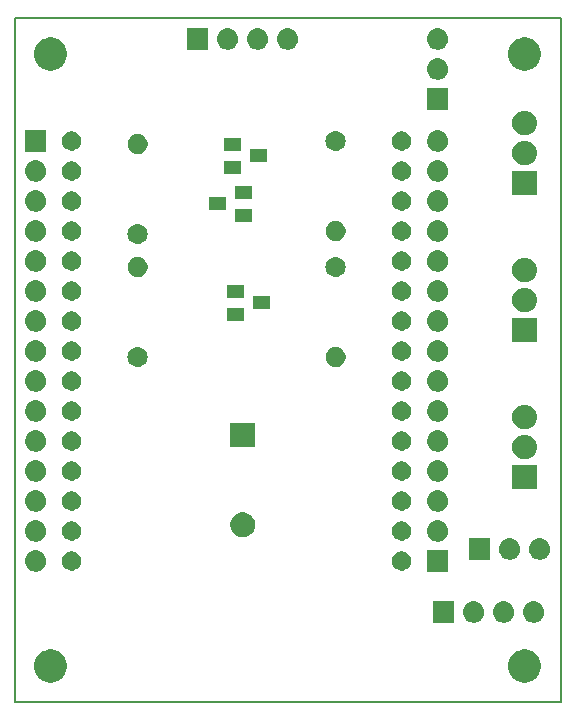
<source format=gbr>
%TF.GenerationSoftware,KiCad,Pcbnew,5.0.2-bee76a0~70~ubuntu18.04.1*%
%TF.CreationDate,2019-10-11T23:30:34+02:00*%
%TF.ProjectId,ESP8266-LolinV3-Lamp,45535038-3236-4362-9d4c-6f6c696e5633,1.0*%
%TF.SameCoordinates,Original*%
%TF.FileFunction,Soldermask,Bot*%
%TF.FilePolarity,Negative*%
%FSLAX46Y46*%
G04 Gerber Fmt 4.6, Leading zero omitted, Abs format (unit mm)*
G04 Created by KiCad (PCBNEW 5.0.2-bee76a0~70~ubuntu18.04.1) date ven 11 ott 2019 23:30:34 CEST*
%MOMM*%
%LPD*%
G01*
G04 APERTURE LIST*
%ADD10C,0.150000*%
G04 APERTURE END LIST*
D10*
X185674000Y-48768000D02*
X185674000Y-106680000D01*
X139446000Y-106680000D02*
X185674000Y-106680000D01*
X139446000Y-48768000D02*
X185674000Y-48768000D01*
X139446000Y-106680000D02*
X139446000Y-48768000D01*
G36*
X182944433Y-102266893D02*
X183034657Y-102284839D01*
X183140267Y-102328585D01*
X183289621Y-102390449D01*
X183519089Y-102543774D01*
X183714226Y-102738911D01*
X183867551Y-102968379D01*
X183973161Y-103223344D01*
X184027000Y-103494012D01*
X184027000Y-103769988D01*
X183973161Y-104040656D01*
X183867551Y-104295621D01*
X183714226Y-104525089D01*
X183519089Y-104720226D01*
X183289621Y-104873551D01*
X183140267Y-104935415D01*
X183034657Y-104979161D01*
X182944433Y-104997107D01*
X182763988Y-105033000D01*
X182488012Y-105033000D01*
X182307567Y-104997107D01*
X182217343Y-104979161D01*
X182111733Y-104935415D01*
X181962379Y-104873551D01*
X181732911Y-104720226D01*
X181537774Y-104525089D01*
X181384449Y-104295621D01*
X181278839Y-104040656D01*
X181225000Y-103769988D01*
X181225000Y-103494012D01*
X181278839Y-103223344D01*
X181384449Y-102968379D01*
X181537774Y-102738911D01*
X181732911Y-102543774D01*
X181962379Y-102390449D01*
X182111733Y-102328585D01*
X182217343Y-102284839D01*
X182307567Y-102266893D01*
X182488012Y-102231000D01*
X182763988Y-102231000D01*
X182944433Y-102266893D01*
X182944433Y-102266893D01*
G37*
G36*
X142812433Y-102266893D02*
X142902657Y-102284839D01*
X143008267Y-102328585D01*
X143157621Y-102390449D01*
X143387089Y-102543774D01*
X143582226Y-102738911D01*
X143735551Y-102968379D01*
X143841161Y-103223344D01*
X143895000Y-103494012D01*
X143895000Y-103769988D01*
X143841161Y-104040656D01*
X143735551Y-104295621D01*
X143582226Y-104525089D01*
X143387089Y-104720226D01*
X143157621Y-104873551D01*
X143008267Y-104935415D01*
X142902657Y-104979161D01*
X142812433Y-104997107D01*
X142631988Y-105033000D01*
X142356012Y-105033000D01*
X142175567Y-104997107D01*
X142085343Y-104979161D01*
X141979733Y-104935415D01*
X141830379Y-104873551D01*
X141600911Y-104720226D01*
X141405774Y-104525089D01*
X141252449Y-104295621D01*
X141146839Y-104040656D01*
X141093000Y-103769988D01*
X141093000Y-103494012D01*
X141146839Y-103223344D01*
X141252449Y-102968379D01*
X141405774Y-102738911D01*
X141600911Y-102543774D01*
X141830379Y-102390449D01*
X141979733Y-102328585D01*
X142085343Y-102284839D01*
X142175567Y-102266893D01*
X142356012Y-102231000D01*
X142631988Y-102231000D01*
X142812433Y-102266893D01*
X142812433Y-102266893D01*
G37*
G36*
X183498443Y-98165519D02*
X183564627Y-98172037D01*
X183677853Y-98206384D01*
X183734467Y-98223557D01*
X183873087Y-98297652D01*
X183890991Y-98307222D01*
X183926729Y-98336552D01*
X184028186Y-98419814D01*
X184111448Y-98521271D01*
X184140778Y-98557009D01*
X184140779Y-98557011D01*
X184224443Y-98713533D01*
X184224443Y-98713534D01*
X184275963Y-98883373D01*
X184293359Y-99060000D01*
X184275963Y-99236627D01*
X184241616Y-99349853D01*
X184224443Y-99406467D01*
X184150348Y-99545087D01*
X184140778Y-99562991D01*
X184111448Y-99598729D01*
X184028186Y-99700186D01*
X183926729Y-99783448D01*
X183890991Y-99812778D01*
X183890989Y-99812779D01*
X183734467Y-99896443D01*
X183677853Y-99913616D01*
X183564627Y-99947963D01*
X183498443Y-99954481D01*
X183432260Y-99961000D01*
X183343740Y-99961000D01*
X183277557Y-99954481D01*
X183211373Y-99947963D01*
X183098147Y-99913616D01*
X183041533Y-99896443D01*
X182885011Y-99812779D01*
X182885009Y-99812778D01*
X182849271Y-99783448D01*
X182747814Y-99700186D01*
X182664552Y-99598729D01*
X182635222Y-99562991D01*
X182625652Y-99545087D01*
X182551557Y-99406467D01*
X182534384Y-99349853D01*
X182500037Y-99236627D01*
X182482641Y-99060000D01*
X182500037Y-98883373D01*
X182551557Y-98713534D01*
X182551557Y-98713533D01*
X182635221Y-98557011D01*
X182635222Y-98557009D01*
X182664552Y-98521271D01*
X182747814Y-98419814D01*
X182849271Y-98336552D01*
X182885009Y-98307222D01*
X182902913Y-98297652D01*
X183041533Y-98223557D01*
X183098147Y-98206384D01*
X183211373Y-98172037D01*
X183277557Y-98165519D01*
X183343740Y-98159000D01*
X183432260Y-98159000D01*
X183498443Y-98165519D01*
X183498443Y-98165519D01*
G37*
G36*
X178418443Y-98165519D02*
X178484627Y-98172037D01*
X178597853Y-98206384D01*
X178654467Y-98223557D01*
X178793087Y-98297652D01*
X178810991Y-98307222D01*
X178846729Y-98336552D01*
X178948186Y-98419814D01*
X179031448Y-98521271D01*
X179060778Y-98557009D01*
X179060779Y-98557011D01*
X179144443Y-98713533D01*
X179144443Y-98713534D01*
X179195963Y-98883373D01*
X179213359Y-99060000D01*
X179195963Y-99236627D01*
X179161616Y-99349853D01*
X179144443Y-99406467D01*
X179070348Y-99545087D01*
X179060778Y-99562991D01*
X179031448Y-99598729D01*
X178948186Y-99700186D01*
X178846729Y-99783448D01*
X178810991Y-99812778D01*
X178810989Y-99812779D01*
X178654467Y-99896443D01*
X178597853Y-99913616D01*
X178484627Y-99947963D01*
X178418443Y-99954481D01*
X178352260Y-99961000D01*
X178263740Y-99961000D01*
X178197557Y-99954481D01*
X178131373Y-99947963D01*
X178018147Y-99913616D01*
X177961533Y-99896443D01*
X177805011Y-99812779D01*
X177805009Y-99812778D01*
X177769271Y-99783448D01*
X177667814Y-99700186D01*
X177584552Y-99598729D01*
X177555222Y-99562991D01*
X177545652Y-99545087D01*
X177471557Y-99406467D01*
X177454384Y-99349853D01*
X177420037Y-99236627D01*
X177402641Y-99060000D01*
X177420037Y-98883373D01*
X177471557Y-98713534D01*
X177471557Y-98713533D01*
X177555221Y-98557011D01*
X177555222Y-98557009D01*
X177584552Y-98521271D01*
X177667814Y-98419814D01*
X177769271Y-98336552D01*
X177805009Y-98307222D01*
X177822913Y-98297652D01*
X177961533Y-98223557D01*
X178018147Y-98206384D01*
X178131373Y-98172037D01*
X178197557Y-98165519D01*
X178263740Y-98159000D01*
X178352260Y-98159000D01*
X178418443Y-98165519D01*
X178418443Y-98165519D01*
G37*
G36*
X176669000Y-99961000D02*
X174867000Y-99961000D01*
X174867000Y-98159000D01*
X176669000Y-98159000D01*
X176669000Y-99961000D01*
X176669000Y-99961000D01*
G37*
G36*
X180958443Y-98165519D02*
X181024627Y-98172037D01*
X181137853Y-98206384D01*
X181194467Y-98223557D01*
X181333087Y-98297652D01*
X181350991Y-98307222D01*
X181386729Y-98336552D01*
X181488186Y-98419814D01*
X181571448Y-98521271D01*
X181600778Y-98557009D01*
X181600779Y-98557011D01*
X181684443Y-98713533D01*
X181684443Y-98713534D01*
X181735963Y-98883373D01*
X181753359Y-99060000D01*
X181735963Y-99236627D01*
X181701616Y-99349853D01*
X181684443Y-99406467D01*
X181610348Y-99545087D01*
X181600778Y-99562991D01*
X181571448Y-99598729D01*
X181488186Y-99700186D01*
X181386729Y-99783448D01*
X181350991Y-99812778D01*
X181350989Y-99812779D01*
X181194467Y-99896443D01*
X181137853Y-99913616D01*
X181024627Y-99947963D01*
X180958443Y-99954481D01*
X180892260Y-99961000D01*
X180803740Y-99961000D01*
X180737557Y-99954481D01*
X180671373Y-99947963D01*
X180558147Y-99913616D01*
X180501533Y-99896443D01*
X180345011Y-99812779D01*
X180345009Y-99812778D01*
X180309271Y-99783448D01*
X180207814Y-99700186D01*
X180124552Y-99598729D01*
X180095222Y-99562991D01*
X180085652Y-99545087D01*
X180011557Y-99406467D01*
X179994384Y-99349853D01*
X179960037Y-99236627D01*
X179942641Y-99060000D01*
X179960037Y-98883373D01*
X180011557Y-98713534D01*
X180011557Y-98713533D01*
X180095221Y-98557011D01*
X180095222Y-98557009D01*
X180124552Y-98521271D01*
X180207814Y-98419814D01*
X180309271Y-98336552D01*
X180345009Y-98307222D01*
X180362913Y-98297652D01*
X180501533Y-98223557D01*
X180558147Y-98206384D01*
X180671373Y-98172037D01*
X180737557Y-98165519D01*
X180803740Y-98159000D01*
X180892260Y-98159000D01*
X180958443Y-98165519D01*
X180958443Y-98165519D01*
G37*
G36*
X176161000Y-95643000D02*
X174359000Y-95643000D01*
X174359000Y-93841000D01*
X176161000Y-93841000D01*
X176161000Y-95643000D01*
X176161000Y-95643000D01*
G37*
G36*
X141334443Y-93847519D02*
X141400627Y-93854037D01*
X141513853Y-93888384D01*
X141570467Y-93905557D01*
X141672774Y-93960242D01*
X141726991Y-93989222D01*
X141762729Y-94018552D01*
X141864186Y-94101814D01*
X141947448Y-94203271D01*
X141976778Y-94239009D01*
X141976779Y-94239011D01*
X142060443Y-94395533D01*
X142060443Y-94395534D01*
X142111963Y-94565373D01*
X142129359Y-94742000D01*
X142111963Y-94918627D01*
X142077616Y-95031853D01*
X142060443Y-95088467D01*
X141986348Y-95227087D01*
X141976778Y-95244991D01*
X141947448Y-95280729D01*
X141864186Y-95382186D01*
X141766358Y-95462470D01*
X141726991Y-95494778D01*
X141726989Y-95494779D01*
X141570467Y-95578443D01*
X141513853Y-95595616D01*
X141400627Y-95629963D01*
X141334442Y-95636482D01*
X141268260Y-95643000D01*
X141179740Y-95643000D01*
X141113558Y-95636482D01*
X141047373Y-95629963D01*
X140934147Y-95595616D01*
X140877533Y-95578443D01*
X140721011Y-95494779D01*
X140721009Y-95494778D01*
X140681642Y-95462470D01*
X140583814Y-95382186D01*
X140500552Y-95280729D01*
X140471222Y-95244991D01*
X140461652Y-95227087D01*
X140387557Y-95088467D01*
X140370384Y-95031853D01*
X140336037Y-94918627D01*
X140318641Y-94742000D01*
X140336037Y-94565373D01*
X140387557Y-94395534D01*
X140387557Y-94395533D01*
X140471221Y-94239011D01*
X140471222Y-94239009D01*
X140500552Y-94203271D01*
X140583814Y-94101814D01*
X140685271Y-94018552D01*
X140721009Y-93989222D01*
X140775226Y-93960242D01*
X140877533Y-93905557D01*
X140934147Y-93888384D01*
X141047373Y-93854037D01*
X141113557Y-93847519D01*
X141179740Y-93841000D01*
X141268260Y-93841000D01*
X141334443Y-93847519D01*
X141334443Y-93847519D01*
G37*
G36*
X172449142Y-93960242D02*
X172597102Y-94021530D01*
X172664130Y-94066317D01*
X172730257Y-94110501D01*
X172843499Y-94223743D01*
X172887683Y-94289870D01*
X172932470Y-94356898D01*
X172993758Y-94504858D01*
X173025000Y-94661925D01*
X173025000Y-94822075D01*
X172993758Y-94979142D01*
X172948474Y-95088466D01*
X172932471Y-95127100D01*
X172843499Y-95260257D01*
X172730257Y-95373499D01*
X172664130Y-95417683D01*
X172597102Y-95462470D01*
X172449142Y-95523758D01*
X172292075Y-95555000D01*
X172131925Y-95555000D01*
X171974858Y-95523758D01*
X171826898Y-95462470D01*
X171759870Y-95417683D01*
X171693743Y-95373499D01*
X171580501Y-95260257D01*
X171491529Y-95127100D01*
X171475526Y-95088466D01*
X171430242Y-94979142D01*
X171399000Y-94822075D01*
X171399000Y-94661925D01*
X171430242Y-94504858D01*
X171491530Y-94356898D01*
X171536317Y-94289870D01*
X171580501Y-94223743D01*
X171693743Y-94110501D01*
X171759870Y-94066317D01*
X171826898Y-94021530D01*
X171974858Y-93960242D01*
X172131925Y-93929000D01*
X172292075Y-93929000D01*
X172449142Y-93960242D01*
X172449142Y-93960242D01*
G37*
G36*
X144509142Y-93960242D02*
X144657102Y-94021530D01*
X144724130Y-94066317D01*
X144790257Y-94110501D01*
X144903499Y-94223743D01*
X144947683Y-94289870D01*
X144992470Y-94356898D01*
X145053758Y-94504858D01*
X145085000Y-94661925D01*
X145085000Y-94822075D01*
X145053758Y-94979142D01*
X145008474Y-95088466D01*
X144992471Y-95127100D01*
X144903499Y-95260257D01*
X144790257Y-95373499D01*
X144724130Y-95417683D01*
X144657102Y-95462470D01*
X144509142Y-95523758D01*
X144352075Y-95555000D01*
X144191925Y-95555000D01*
X144034858Y-95523758D01*
X143886898Y-95462470D01*
X143819870Y-95417683D01*
X143753743Y-95373499D01*
X143640501Y-95260257D01*
X143551529Y-95127100D01*
X143535526Y-95088466D01*
X143490242Y-94979142D01*
X143459000Y-94822075D01*
X143459000Y-94661925D01*
X143490242Y-94504858D01*
X143551530Y-94356898D01*
X143596317Y-94289870D01*
X143640501Y-94223743D01*
X143753743Y-94110501D01*
X143819870Y-94066317D01*
X143886898Y-94021530D01*
X144034858Y-93960242D01*
X144191925Y-93929000D01*
X144352075Y-93929000D01*
X144509142Y-93960242D01*
X144509142Y-93960242D01*
G37*
G36*
X181466442Y-92831518D02*
X181532627Y-92838037D01*
X181645853Y-92872384D01*
X181702467Y-92889557D01*
X181824485Y-92954778D01*
X181858991Y-92973222D01*
X181871829Y-92983758D01*
X181996186Y-93085814D01*
X182079448Y-93187271D01*
X182108778Y-93223009D01*
X182108779Y-93223011D01*
X182192443Y-93379533D01*
X182192443Y-93379534D01*
X182243963Y-93549373D01*
X182261359Y-93726000D01*
X182243963Y-93902627D01*
X182226485Y-93960243D01*
X182192443Y-94072467D01*
X182118348Y-94211087D01*
X182108778Y-94228991D01*
X182079448Y-94264729D01*
X181996186Y-94366186D01*
X181894729Y-94449448D01*
X181858991Y-94478778D01*
X181858989Y-94478779D01*
X181702467Y-94562443D01*
X181645853Y-94579616D01*
X181532627Y-94613963D01*
X181466443Y-94620481D01*
X181400260Y-94627000D01*
X181311740Y-94627000D01*
X181245557Y-94620481D01*
X181179373Y-94613963D01*
X181066147Y-94579616D01*
X181009533Y-94562443D01*
X180853011Y-94478779D01*
X180853009Y-94478778D01*
X180817271Y-94449448D01*
X180715814Y-94366186D01*
X180632552Y-94264729D01*
X180603222Y-94228991D01*
X180593652Y-94211087D01*
X180519557Y-94072467D01*
X180485515Y-93960243D01*
X180468037Y-93902627D01*
X180450641Y-93726000D01*
X180468037Y-93549373D01*
X180519557Y-93379534D01*
X180519557Y-93379533D01*
X180603221Y-93223011D01*
X180603222Y-93223009D01*
X180632552Y-93187271D01*
X180715814Y-93085814D01*
X180840171Y-92983758D01*
X180853009Y-92973222D01*
X180887515Y-92954778D01*
X181009533Y-92889557D01*
X181066147Y-92872384D01*
X181179373Y-92838037D01*
X181245558Y-92831518D01*
X181311740Y-92825000D01*
X181400260Y-92825000D01*
X181466442Y-92831518D01*
X181466442Y-92831518D01*
G37*
G36*
X184006442Y-92831518D02*
X184072627Y-92838037D01*
X184185853Y-92872384D01*
X184242467Y-92889557D01*
X184364485Y-92954778D01*
X184398991Y-92973222D01*
X184411829Y-92983758D01*
X184536186Y-93085814D01*
X184619448Y-93187271D01*
X184648778Y-93223009D01*
X184648779Y-93223011D01*
X184732443Y-93379533D01*
X184732443Y-93379534D01*
X184783963Y-93549373D01*
X184801359Y-93726000D01*
X184783963Y-93902627D01*
X184766485Y-93960243D01*
X184732443Y-94072467D01*
X184658348Y-94211087D01*
X184648778Y-94228991D01*
X184619448Y-94264729D01*
X184536186Y-94366186D01*
X184434729Y-94449448D01*
X184398991Y-94478778D01*
X184398989Y-94478779D01*
X184242467Y-94562443D01*
X184185853Y-94579616D01*
X184072627Y-94613963D01*
X184006443Y-94620481D01*
X183940260Y-94627000D01*
X183851740Y-94627000D01*
X183785557Y-94620481D01*
X183719373Y-94613963D01*
X183606147Y-94579616D01*
X183549533Y-94562443D01*
X183393011Y-94478779D01*
X183393009Y-94478778D01*
X183357271Y-94449448D01*
X183255814Y-94366186D01*
X183172552Y-94264729D01*
X183143222Y-94228991D01*
X183133652Y-94211087D01*
X183059557Y-94072467D01*
X183025515Y-93960243D01*
X183008037Y-93902627D01*
X182990641Y-93726000D01*
X183008037Y-93549373D01*
X183059557Y-93379534D01*
X183059557Y-93379533D01*
X183143221Y-93223011D01*
X183143222Y-93223009D01*
X183172552Y-93187271D01*
X183255814Y-93085814D01*
X183380171Y-92983758D01*
X183393009Y-92973222D01*
X183427515Y-92954778D01*
X183549533Y-92889557D01*
X183606147Y-92872384D01*
X183719373Y-92838037D01*
X183785558Y-92831518D01*
X183851740Y-92825000D01*
X183940260Y-92825000D01*
X184006442Y-92831518D01*
X184006442Y-92831518D01*
G37*
G36*
X179717000Y-94627000D02*
X177915000Y-94627000D01*
X177915000Y-92825000D01*
X179717000Y-92825000D01*
X179717000Y-94627000D01*
X179717000Y-94627000D01*
G37*
G36*
X175370443Y-91307519D02*
X175436627Y-91314037D01*
X175549853Y-91348384D01*
X175606467Y-91365557D01*
X175708774Y-91420242D01*
X175762991Y-91449222D01*
X175798729Y-91478552D01*
X175900186Y-91561814D01*
X175983448Y-91663271D01*
X176012778Y-91699009D01*
X176012779Y-91699011D01*
X176096443Y-91855533D01*
X176096443Y-91855534D01*
X176147963Y-92025373D01*
X176165359Y-92202000D01*
X176147963Y-92378627D01*
X176114068Y-92490363D01*
X176096443Y-92548467D01*
X176066019Y-92605385D01*
X176012778Y-92704991D01*
X175996357Y-92725000D01*
X175900186Y-92842186D01*
X175802358Y-92922470D01*
X175762991Y-92954778D01*
X175762989Y-92954779D01*
X175606467Y-93038443D01*
X175549853Y-93055616D01*
X175436627Y-93089963D01*
X175370443Y-93096481D01*
X175304260Y-93103000D01*
X175215740Y-93103000D01*
X175149557Y-93096481D01*
X175083373Y-93089963D01*
X174970147Y-93055616D01*
X174913533Y-93038443D01*
X174757011Y-92954779D01*
X174757009Y-92954778D01*
X174717642Y-92922470D01*
X174619814Y-92842186D01*
X174523643Y-92725000D01*
X174507222Y-92704991D01*
X174453981Y-92605385D01*
X174423557Y-92548467D01*
X174405932Y-92490363D01*
X174372037Y-92378627D01*
X174354641Y-92202000D01*
X174372037Y-92025373D01*
X174423557Y-91855534D01*
X174423557Y-91855533D01*
X174507221Y-91699011D01*
X174507222Y-91699009D01*
X174536552Y-91663271D01*
X174619814Y-91561814D01*
X174721271Y-91478552D01*
X174757009Y-91449222D01*
X174811226Y-91420242D01*
X174913533Y-91365557D01*
X174970147Y-91348384D01*
X175083373Y-91314037D01*
X175149557Y-91307519D01*
X175215740Y-91301000D01*
X175304260Y-91301000D01*
X175370443Y-91307519D01*
X175370443Y-91307519D01*
G37*
G36*
X141334443Y-91307519D02*
X141400627Y-91314037D01*
X141513853Y-91348384D01*
X141570467Y-91365557D01*
X141672774Y-91420242D01*
X141726991Y-91449222D01*
X141762729Y-91478552D01*
X141864186Y-91561814D01*
X141947448Y-91663271D01*
X141976778Y-91699009D01*
X141976779Y-91699011D01*
X142060443Y-91855533D01*
X142060443Y-91855534D01*
X142111963Y-92025373D01*
X142129359Y-92202000D01*
X142111963Y-92378627D01*
X142078068Y-92490363D01*
X142060443Y-92548467D01*
X142030019Y-92605385D01*
X141976778Y-92704991D01*
X141960357Y-92725000D01*
X141864186Y-92842186D01*
X141766358Y-92922470D01*
X141726991Y-92954778D01*
X141726989Y-92954779D01*
X141570467Y-93038443D01*
X141513853Y-93055616D01*
X141400627Y-93089963D01*
X141334443Y-93096481D01*
X141268260Y-93103000D01*
X141179740Y-93103000D01*
X141113557Y-93096481D01*
X141047373Y-93089963D01*
X140934147Y-93055616D01*
X140877533Y-93038443D01*
X140721011Y-92954779D01*
X140721009Y-92954778D01*
X140681642Y-92922470D01*
X140583814Y-92842186D01*
X140487643Y-92725000D01*
X140471222Y-92704991D01*
X140417981Y-92605385D01*
X140387557Y-92548467D01*
X140369932Y-92490363D01*
X140336037Y-92378627D01*
X140318641Y-92202000D01*
X140336037Y-92025373D01*
X140387557Y-91855534D01*
X140387557Y-91855533D01*
X140471221Y-91699011D01*
X140471222Y-91699009D01*
X140500552Y-91663271D01*
X140583814Y-91561814D01*
X140685271Y-91478552D01*
X140721009Y-91449222D01*
X140775226Y-91420242D01*
X140877533Y-91365557D01*
X140934147Y-91348384D01*
X141047373Y-91314037D01*
X141113557Y-91307519D01*
X141179740Y-91301000D01*
X141268260Y-91301000D01*
X141334443Y-91307519D01*
X141334443Y-91307519D01*
G37*
G36*
X144509142Y-91420242D02*
X144657102Y-91481530D01*
X144724130Y-91526317D01*
X144790257Y-91570501D01*
X144903499Y-91683743D01*
X144947683Y-91749870D01*
X144992470Y-91816898D01*
X145053758Y-91964858D01*
X145085000Y-92121925D01*
X145085000Y-92282075D01*
X145053758Y-92439142D01*
X144992470Y-92587102D01*
X144947683Y-92654130D01*
X144903499Y-92720257D01*
X144790257Y-92833499D01*
X144724130Y-92877683D01*
X144657102Y-92922470D01*
X144509142Y-92983758D01*
X144352075Y-93015000D01*
X144191925Y-93015000D01*
X144034858Y-92983758D01*
X143886898Y-92922470D01*
X143819870Y-92877683D01*
X143753743Y-92833499D01*
X143640501Y-92720257D01*
X143596317Y-92654130D01*
X143551530Y-92587102D01*
X143490242Y-92439142D01*
X143459000Y-92282075D01*
X143459000Y-92121925D01*
X143490242Y-91964858D01*
X143551530Y-91816898D01*
X143596317Y-91749870D01*
X143640501Y-91683743D01*
X143753743Y-91570501D01*
X143819870Y-91526317D01*
X143886898Y-91481530D01*
X144034858Y-91420242D01*
X144191925Y-91389000D01*
X144352075Y-91389000D01*
X144509142Y-91420242D01*
X144509142Y-91420242D01*
G37*
G36*
X172449142Y-91420242D02*
X172597102Y-91481530D01*
X172664130Y-91526317D01*
X172730257Y-91570501D01*
X172843499Y-91683743D01*
X172887683Y-91749870D01*
X172932470Y-91816898D01*
X172993758Y-91964858D01*
X173025000Y-92121925D01*
X173025000Y-92282075D01*
X172993758Y-92439142D01*
X172932470Y-92587102D01*
X172887683Y-92654130D01*
X172843499Y-92720257D01*
X172730257Y-92833499D01*
X172664130Y-92877683D01*
X172597102Y-92922470D01*
X172449142Y-92983758D01*
X172292075Y-93015000D01*
X172131925Y-93015000D01*
X171974858Y-92983758D01*
X171826898Y-92922470D01*
X171759870Y-92877683D01*
X171693743Y-92833499D01*
X171580501Y-92720257D01*
X171536317Y-92654130D01*
X171491530Y-92587102D01*
X171430242Y-92439142D01*
X171399000Y-92282075D01*
X171399000Y-92121925D01*
X171430242Y-91964858D01*
X171491530Y-91816898D01*
X171536317Y-91749870D01*
X171580501Y-91683743D01*
X171693743Y-91570501D01*
X171759870Y-91526317D01*
X171826898Y-91481530D01*
X171974858Y-91420242D01*
X172131925Y-91389000D01*
X172292075Y-91389000D01*
X172449142Y-91420242D01*
X172449142Y-91420242D01*
G37*
G36*
X159056565Y-90663389D02*
X159247834Y-90742615D01*
X159419976Y-90857637D01*
X159566363Y-91004024D01*
X159681385Y-91176166D01*
X159760611Y-91367435D01*
X159801000Y-91570484D01*
X159801000Y-91777516D01*
X159760611Y-91980565D01*
X159681385Y-92171834D01*
X159566363Y-92343976D01*
X159419976Y-92490363D01*
X159247834Y-92605385D01*
X159056565Y-92684611D01*
X158853516Y-92725000D01*
X158646484Y-92725000D01*
X158443435Y-92684611D01*
X158252166Y-92605385D01*
X158080024Y-92490363D01*
X157933637Y-92343976D01*
X157818615Y-92171834D01*
X157739389Y-91980565D01*
X157699000Y-91777516D01*
X157699000Y-91570484D01*
X157739389Y-91367435D01*
X157818615Y-91176166D01*
X157933637Y-91004024D01*
X158080024Y-90857637D01*
X158252166Y-90742615D01*
X158443435Y-90663389D01*
X158646484Y-90623000D01*
X158853516Y-90623000D01*
X159056565Y-90663389D01*
X159056565Y-90663389D01*
G37*
G36*
X175370442Y-88767518D02*
X175436627Y-88774037D01*
X175549853Y-88808384D01*
X175606467Y-88825557D01*
X175708774Y-88880242D01*
X175762991Y-88909222D01*
X175798729Y-88938552D01*
X175900186Y-89021814D01*
X175983448Y-89123271D01*
X176012778Y-89159009D01*
X176012779Y-89159011D01*
X176096443Y-89315533D01*
X176096443Y-89315534D01*
X176147963Y-89485373D01*
X176165359Y-89662000D01*
X176147963Y-89838627D01*
X176113616Y-89951853D01*
X176096443Y-90008467D01*
X176022348Y-90147087D01*
X176012778Y-90164991D01*
X175983448Y-90200729D01*
X175900186Y-90302186D01*
X175802358Y-90382470D01*
X175762991Y-90414778D01*
X175762989Y-90414779D01*
X175606467Y-90498443D01*
X175549853Y-90515616D01*
X175436627Y-90549963D01*
X175370442Y-90556482D01*
X175304260Y-90563000D01*
X175215740Y-90563000D01*
X175149558Y-90556482D01*
X175083373Y-90549963D01*
X174970147Y-90515616D01*
X174913533Y-90498443D01*
X174757011Y-90414779D01*
X174757009Y-90414778D01*
X174717642Y-90382470D01*
X174619814Y-90302186D01*
X174536552Y-90200729D01*
X174507222Y-90164991D01*
X174497652Y-90147087D01*
X174423557Y-90008467D01*
X174406384Y-89951853D01*
X174372037Y-89838627D01*
X174354641Y-89662000D01*
X174372037Y-89485373D01*
X174423557Y-89315534D01*
X174423557Y-89315533D01*
X174507221Y-89159011D01*
X174507222Y-89159009D01*
X174536552Y-89123271D01*
X174619814Y-89021814D01*
X174721271Y-88938552D01*
X174757009Y-88909222D01*
X174811226Y-88880242D01*
X174913533Y-88825557D01*
X174970147Y-88808384D01*
X175083373Y-88774037D01*
X175149558Y-88767518D01*
X175215740Y-88761000D01*
X175304260Y-88761000D01*
X175370442Y-88767518D01*
X175370442Y-88767518D01*
G37*
G36*
X141334442Y-88767518D02*
X141400627Y-88774037D01*
X141513853Y-88808384D01*
X141570467Y-88825557D01*
X141672774Y-88880242D01*
X141726991Y-88909222D01*
X141762729Y-88938552D01*
X141864186Y-89021814D01*
X141947448Y-89123271D01*
X141976778Y-89159009D01*
X141976779Y-89159011D01*
X142060443Y-89315533D01*
X142060443Y-89315534D01*
X142111963Y-89485373D01*
X142129359Y-89662000D01*
X142111963Y-89838627D01*
X142077616Y-89951853D01*
X142060443Y-90008467D01*
X141986348Y-90147087D01*
X141976778Y-90164991D01*
X141947448Y-90200729D01*
X141864186Y-90302186D01*
X141766358Y-90382470D01*
X141726991Y-90414778D01*
X141726989Y-90414779D01*
X141570467Y-90498443D01*
X141513853Y-90515616D01*
X141400627Y-90549963D01*
X141334442Y-90556482D01*
X141268260Y-90563000D01*
X141179740Y-90563000D01*
X141113558Y-90556482D01*
X141047373Y-90549963D01*
X140934147Y-90515616D01*
X140877533Y-90498443D01*
X140721011Y-90414779D01*
X140721009Y-90414778D01*
X140681642Y-90382470D01*
X140583814Y-90302186D01*
X140500552Y-90200729D01*
X140471222Y-90164991D01*
X140461652Y-90147087D01*
X140387557Y-90008467D01*
X140370384Y-89951853D01*
X140336037Y-89838627D01*
X140318641Y-89662000D01*
X140336037Y-89485373D01*
X140387557Y-89315534D01*
X140387557Y-89315533D01*
X140471221Y-89159011D01*
X140471222Y-89159009D01*
X140500552Y-89123271D01*
X140583814Y-89021814D01*
X140685271Y-88938552D01*
X140721009Y-88909222D01*
X140775226Y-88880242D01*
X140877533Y-88825557D01*
X140934147Y-88808384D01*
X141047373Y-88774037D01*
X141113558Y-88767518D01*
X141179740Y-88761000D01*
X141268260Y-88761000D01*
X141334442Y-88767518D01*
X141334442Y-88767518D01*
G37*
G36*
X172449142Y-88880242D02*
X172597102Y-88941530D01*
X172664130Y-88986317D01*
X172730257Y-89030501D01*
X172843499Y-89143743D01*
X172887683Y-89209870D01*
X172932470Y-89276898D01*
X172993758Y-89424858D01*
X173025000Y-89581925D01*
X173025000Y-89742075D01*
X172993758Y-89899142D01*
X172948474Y-90008466D01*
X172932471Y-90047100D01*
X172843499Y-90180257D01*
X172730257Y-90293499D01*
X172664130Y-90337683D01*
X172597102Y-90382470D01*
X172449142Y-90443758D01*
X172292075Y-90475000D01*
X172131925Y-90475000D01*
X171974858Y-90443758D01*
X171826898Y-90382470D01*
X171759870Y-90337683D01*
X171693743Y-90293499D01*
X171580501Y-90180257D01*
X171491529Y-90047100D01*
X171475526Y-90008466D01*
X171430242Y-89899142D01*
X171399000Y-89742075D01*
X171399000Y-89581925D01*
X171430242Y-89424858D01*
X171491530Y-89276898D01*
X171536317Y-89209870D01*
X171580501Y-89143743D01*
X171693743Y-89030501D01*
X171759870Y-88986317D01*
X171826898Y-88941530D01*
X171974858Y-88880242D01*
X172131925Y-88849000D01*
X172292075Y-88849000D01*
X172449142Y-88880242D01*
X172449142Y-88880242D01*
G37*
G36*
X144509142Y-88880242D02*
X144657102Y-88941530D01*
X144724130Y-88986317D01*
X144790257Y-89030501D01*
X144903499Y-89143743D01*
X144947683Y-89209870D01*
X144992470Y-89276898D01*
X145053758Y-89424858D01*
X145085000Y-89581925D01*
X145085000Y-89742075D01*
X145053758Y-89899142D01*
X145008474Y-90008466D01*
X144992471Y-90047100D01*
X144903499Y-90180257D01*
X144790257Y-90293499D01*
X144724130Y-90337683D01*
X144657102Y-90382470D01*
X144509142Y-90443758D01*
X144352075Y-90475000D01*
X144191925Y-90475000D01*
X144034858Y-90443758D01*
X143886898Y-90382470D01*
X143819870Y-90337683D01*
X143753743Y-90293499D01*
X143640501Y-90180257D01*
X143551529Y-90047100D01*
X143535526Y-90008466D01*
X143490242Y-89899142D01*
X143459000Y-89742075D01*
X143459000Y-89581925D01*
X143490242Y-89424858D01*
X143551530Y-89276898D01*
X143596317Y-89209870D01*
X143640501Y-89143743D01*
X143753743Y-89030501D01*
X143819870Y-88986317D01*
X143886898Y-88941530D01*
X144034858Y-88880242D01*
X144191925Y-88849000D01*
X144352075Y-88849000D01*
X144509142Y-88880242D01*
X144509142Y-88880242D01*
G37*
G36*
X183677000Y-88633500D02*
X181575000Y-88633500D01*
X181575000Y-86626500D01*
X183677000Y-86626500D01*
X183677000Y-88633500D01*
X183677000Y-88633500D01*
G37*
G36*
X175370443Y-86227519D02*
X175436627Y-86234037D01*
X175549853Y-86268384D01*
X175606467Y-86285557D01*
X175708774Y-86340242D01*
X175762991Y-86369222D01*
X175798729Y-86398552D01*
X175900186Y-86481814D01*
X175983448Y-86583271D01*
X176012778Y-86619009D01*
X176012779Y-86619011D01*
X176096443Y-86775533D01*
X176096443Y-86775534D01*
X176147963Y-86945373D01*
X176165359Y-87122000D01*
X176147963Y-87298627D01*
X176113616Y-87411853D01*
X176096443Y-87468467D01*
X176022348Y-87607087D01*
X176012778Y-87624991D01*
X175983448Y-87660729D01*
X175900186Y-87762186D01*
X175802358Y-87842470D01*
X175762991Y-87874778D01*
X175762989Y-87874779D01*
X175606467Y-87958443D01*
X175549853Y-87975616D01*
X175436627Y-88009963D01*
X175370443Y-88016481D01*
X175304260Y-88023000D01*
X175215740Y-88023000D01*
X175149557Y-88016481D01*
X175083373Y-88009963D01*
X174970147Y-87975616D01*
X174913533Y-87958443D01*
X174757011Y-87874779D01*
X174757009Y-87874778D01*
X174717642Y-87842470D01*
X174619814Y-87762186D01*
X174536552Y-87660729D01*
X174507222Y-87624991D01*
X174497652Y-87607087D01*
X174423557Y-87468467D01*
X174406384Y-87411853D01*
X174372037Y-87298627D01*
X174354641Y-87122000D01*
X174372037Y-86945373D01*
X174423557Y-86775534D01*
X174423557Y-86775533D01*
X174507221Y-86619011D01*
X174507222Y-86619009D01*
X174536552Y-86583271D01*
X174619814Y-86481814D01*
X174721271Y-86398552D01*
X174757009Y-86369222D01*
X174811226Y-86340242D01*
X174913533Y-86285557D01*
X174970147Y-86268384D01*
X175083373Y-86234037D01*
X175149557Y-86227519D01*
X175215740Y-86221000D01*
X175304260Y-86221000D01*
X175370443Y-86227519D01*
X175370443Y-86227519D01*
G37*
G36*
X141334443Y-86227519D02*
X141400627Y-86234037D01*
X141513853Y-86268384D01*
X141570467Y-86285557D01*
X141672774Y-86340242D01*
X141726991Y-86369222D01*
X141762729Y-86398552D01*
X141864186Y-86481814D01*
X141947448Y-86583271D01*
X141976778Y-86619009D01*
X141976779Y-86619011D01*
X142060443Y-86775533D01*
X142060443Y-86775534D01*
X142111963Y-86945373D01*
X142129359Y-87122000D01*
X142111963Y-87298627D01*
X142077616Y-87411853D01*
X142060443Y-87468467D01*
X141986348Y-87607087D01*
X141976778Y-87624991D01*
X141947448Y-87660729D01*
X141864186Y-87762186D01*
X141766358Y-87842470D01*
X141726991Y-87874778D01*
X141726989Y-87874779D01*
X141570467Y-87958443D01*
X141513853Y-87975616D01*
X141400627Y-88009963D01*
X141334443Y-88016481D01*
X141268260Y-88023000D01*
X141179740Y-88023000D01*
X141113557Y-88016481D01*
X141047373Y-88009963D01*
X140934147Y-87975616D01*
X140877533Y-87958443D01*
X140721011Y-87874779D01*
X140721009Y-87874778D01*
X140681642Y-87842470D01*
X140583814Y-87762186D01*
X140500552Y-87660729D01*
X140471222Y-87624991D01*
X140461652Y-87607087D01*
X140387557Y-87468467D01*
X140370384Y-87411853D01*
X140336037Y-87298627D01*
X140318641Y-87122000D01*
X140336037Y-86945373D01*
X140387557Y-86775534D01*
X140387557Y-86775533D01*
X140471221Y-86619011D01*
X140471222Y-86619009D01*
X140500552Y-86583271D01*
X140583814Y-86481814D01*
X140685271Y-86398552D01*
X140721009Y-86369222D01*
X140775226Y-86340242D01*
X140877533Y-86285557D01*
X140934147Y-86268384D01*
X141047373Y-86234037D01*
X141113557Y-86227519D01*
X141179740Y-86221000D01*
X141268260Y-86221000D01*
X141334443Y-86227519D01*
X141334443Y-86227519D01*
G37*
G36*
X144509142Y-86340242D02*
X144657102Y-86401530D01*
X144724130Y-86446317D01*
X144790257Y-86490501D01*
X144903499Y-86603743D01*
X144947683Y-86669870D01*
X144992470Y-86736898D01*
X145053758Y-86884858D01*
X145085000Y-87041925D01*
X145085000Y-87202075D01*
X145053758Y-87359142D01*
X145008474Y-87468466D01*
X144992471Y-87507100D01*
X144903499Y-87640257D01*
X144790257Y-87753499D01*
X144724130Y-87797683D01*
X144657102Y-87842470D01*
X144509142Y-87903758D01*
X144352075Y-87935000D01*
X144191925Y-87935000D01*
X144034858Y-87903758D01*
X143886898Y-87842470D01*
X143819870Y-87797683D01*
X143753743Y-87753499D01*
X143640501Y-87640257D01*
X143551529Y-87507100D01*
X143535526Y-87468466D01*
X143490242Y-87359142D01*
X143459000Y-87202075D01*
X143459000Y-87041925D01*
X143490242Y-86884858D01*
X143551530Y-86736898D01*
X143596317Y-86669870D01*
X143640501Y-86603743D01*
X143753743Y-86490501D01*
X143819870Y-86446317D01*
X143886898Y-86401530D01*
X144034858Y-86340242D01*
X144191925Y-86309000D01*
X144352075Y-86309000D01*
X144509142Y-86340242D01*
X144509142Y-86340242D01*
G37*
G36*
X172449142Y-86340242D02*
X172597102Y-86401530D01*
X172664130Y-86446317D01*
X172730257Y-86490501D01*
X172843499Y-86603743D01*
X172887683Y-86669870D01*
X172932470Y-86736898D01*
X172993758Y-86884858D01*
X173025000Y-87041925D01*
X173025000Y-87202075D01*
X172993758Y-87359142D01*
X172948474Y-87468466D01*
X172932471Y-87507100D01*
X172843499Y-87640257D01*
X172730257Y-87753499D01*
X172664130Y-87797683D01*
X172597102Y-87842470D01*
X172449142Y-87903758D01*
X172292075Y-87935000D01*
X172131925Y-87935000D01*
X171974858Y-87903758D01*
X171826898Y-87842470D01*
X171759870Y-87797683D01*
X171693743Y-87753499D01*
X171580501Y-87640257D01*
X171491529Y-87507100D01*
X171475526Y-87468466D01*
X171430242Y-87359142D01*
X171399000Y-87202075D01*
X171399000Y-87041925D01*
X171430242Y-86884858D01*
X171491530Y-86736898D01*
X171536317Y-86669870D01*
X171580501Y-86603743D01*
X171693743Y-86490501D01*
X171759870Y-86446317D01*
X171826898Y-86401530D01*
X171974858Y-86340242D01*
X172131925Y-86309000D01*
X172292075Y-86309000D01*
X172449142Y-86340242D01*
X172449142Y-86340242D01*
G37*
G36*
X182781764Y-84092308D02*
X182870220Y-84101020D01*
X183059381Y-84158401D01*
X183233712Y-84251583D01*
X183386515Y-84376985D01*
X183511917Y-84529788D01*
X183605099Y-84704119D01*
X183662480Y-84893280D01*
X183681855Y-85090000D01*
X183662480Y-85286720D01*
X183605099Y-85475881D01*
X183511917Y-85650212D01*
X183386515Y-85803015D01*
X183233712Y-85928417D01*
X183059381Y-86021599D01*
X182870220Y-86078980D01*
X182781764Y-86087692D01*
X182722796Y-86093500D01*
X182529204Y-86093500D01*
X182470236Y-86087692D01*
X182381780Y-86078980D01*
X182192619Y-86021599D01*
X182018288Y-85928417D01*
X181865485Y-85803015D01*
X181740083Y-85650212D01*
X181646901Y-85475881D01*
X181589520Y-85286720D01*
X181570145Y-85090000D01*
X181589520Y-84893280D01*
X181646901Y-84704119D01*
X181740083Y-84529788D01*
X181865485Y-84376985D01*
X182018288Y-84251583D01*
X182192619Y-84158401D01*
X182381780Y-84101020D01*
X182470236Y-84092308D01*
X182529204Y-84086500D01*
X182722796Y-84086500D01*
X182781764Y-84092308D01*
X182781764Y-84092308D01*
G37*
G36*
X141334443Y-83687519D02*
X141400627Y-83694037D01*
X141513853Y-83728384D01*
X141570467Y-83745557D01*
X141672774Y-83800242D01*
X141726991Y-83829222D01*
X141762729Y-83858552D01*
X141864186Y-83941814D01*
X141947448Y-84043271D01*
X141976778Y-84079009D01*
X141976779Y-84079011D01*
X142060443Y-84235533D01*
X142077616Y-84292147D01*
X142111963Y-84405373D01*
X142129359Y-84582000D01*
X142111963Y-84758627D01*
X142077616Y-84871853D01*
X142060443Y-84928467D01*
X141986348Y-85067087D01*
X141976778Y-85084991D01*
X141947448Y-85120729D01*
X141864186Y-85222186D01*
X141766358Y-85302470D01*
X141726991Y-85334778D01*
X141726989Y-85334779D01*
X141570467Y-85418443D01*
X141513853Y-85435616D01*
X141400627Y-85469963D01*
X141340519Y-85475883D01*
X141268260Y-85483000D01*
X141179740Y-85483000D01*
X141107481Y-85475883D01*
X141047373Y-85469963D01*
X140934147Y-85435616D01*
X140877533Y-85418443D01*
X140721011Y-85334779D01*
X140721009Y-85334778D01*
X140681642Y-85302470D01*
X140583814Y-85222186D01*
X140500552Y-85120729D01*
X140471222Y-85084991D01*
X140461652Y-85067087D01*
X140387557Y-84928467D01*
X140370384Y-84871853D01*
X140336037Y-84758627D01*
X140318641Y-84582000D01*
X140336037Y-84405373D01*
X140370384Y-84292147D01*
X140387557Y-84235533D01*
X140471221Y-84079011D01*
X140471222Y-84079009D01*
X140500552Y-84043271D01*
X140583814Y-83941814D01*
X140685271Y-83858552D01*
X140721009Y-83829222D01*
X140775226Y-83800242D01*
X140877533Y-83745557D01*
X140934147Y-83728384D01*
X141047373Y-83694037D01*
X141113557Y-83687519D01*
X141179740Y-83681000D01*
X141268260Y-83681000D01*
X141334443Y-83687519D01*
X141334443Y-83687519D01*
G37*
G36*
X175370443Y-83687519D02*
X175436627Y-83694037D01*
X175549853Y-83728384D01*
X175606467Y-83745557D01*
X175708774Y-83800242D01*
X175762991Y-83829222D01*
X175798729Y-83858552D01*
X175900186Y-83941814D01*
X175983448Y-84043271D01*
X176012778Y-84079009D01*
X176012779Y-84079011D01*
X176096443Y-84235533D01*
X176113616Y-84292147D01*
X176147963Y-84405373D01*
X176165359Y-84582000D01*
X176147963Y-84758627D01*
X176113616Y-84871853D01*
X176096443Y-84928467D01*
X176022348Y-85067087D01*
X176012778Y-85084991D01*
X175983448Y-85120729D01*
X175900186Y-85222186D01*
X175802358Y-85302470D01*
X175762991Y-85334778D01*
X175762989Y-85334779D01*
X175606467Y-85418443D01*
X175549853Y-85435616D01*
X175436627Y-85469963D01*
X175376519Y-85475883D01*
X175304260Y-85483000D01*
X175215740Y-85483000D01*
X175143481Y-85475883D01*
X175083373Y-85469963D01*
X174970147Y-85435616D01*
X174913533Y-85418443D01*
X174757011Y-85334779D01*
X174757009Y-85334778D01*
X174717642Y-85302470D01*
X174619814Y-85222186D01*
X174536552Y-85120729D01*
X174507222Y-85084991D01*
X174497652Y-85067087D01*
X174423557Y-84928467D01*
X174406384Y-84871853D01*
X174372037Y-84758627D01*
X174354641Y-84582000D01*
X174372037Y-84405373D01*
X174406384Y-84292147D01*
X174423557Y-84235533D01*
X174507221Y-84079011D01*
X174507222Y-84079009D01*
X174536552Y-84043271D01*
X174619814Y-83941814D01*
X174721271Y-83858552D01*
X174757009Y-83829222D01*
X174811226Y-83800242D01*
X174913533Y-83745557D01*
X174970147Y-83728384D01*
X175083373Y-83694037D01*
X175149557Y-83687519D01*
X175215740Y-83681000D01*
X175304260Y-83681000D01*
X175370443Y-83687519D01*
X175370443Y-83687519D01*
G37*
G36*
X144509142Y-83800242D02*
X144657102Y-83861530D01*
X144724130Y-83906317D01*
X144790257Y-83950501D01*
X144903499Y-84063743D01*
X144947683Y-84129870D01*
X144992470Y-84196898D01*
X145053758Y-84344858D01*
X145085000Y-84501925D01*
X145085000Y-84662075D01*
X145053758Y-84819142D01*
X145023047Y-84893283D01*
X144992471Y-84967100D01*
X144903499Y-85100257D01*
X144790257Y-85213499D01*
X144724130Y-85257683D01*
X144657102Y-85302470D01*
X144509142Y-85363758D01*
X144352075Y-85395000D01*
X144191925Y-85395000D01*
X144034858Y-85363758D01*
X143886898Y-85302470D01*
X143819870Y-85257683D01*
X143753743Y-85213499D01*
X143640501Y-85100257D01*
X143551529Y-84967100D01*
X143520953Y-84893283D01*
X143490242Y-84819142D01*
X143459000Y-84662075D01*
X143459000Y-84501925D01*
X143490242Y-84344858D01*
X143551530Y-84196898D01*
X143596317Y-84129870D01*
X143640501Y-84063743D01*
X143753743Y-83950501D01*
X143819870Y-83906317D01*
X143886898Y-83861530D01*
X144034858Y-83800242D01*
X144191925Y-83769000D01*
X144352075Y-83769000D01*
X144509142Y-83800242D01*
X144509142Y-83800242D01*
G37*
G36*
X172449142Y-83800242D02*
X172597102Y-83861530D01*
X172664130Y-83906317D01*
X172730257Y-83950501D01*
X172843499Y-84063743D01*
X172887683Y-84129870D01*
X172932470Y-84196898D01*
X172993758Y-84344858D01*
X173025000Y-84501925D01*
X173025000Y-84662075D01*
X172993758Y-84819142D01*
X172963047Y-84893283D01*
X172932471Y-84967100D01*
X172843499Y-85100257D01*
X172730257Y-85213499D01*
X172664130Y-85257683D01*
X172597102Y-85302470D01*
X172449142Y-85363758D01*
X172292075Y-85395000D01*
X172131925Y-85395000D01*
X171974858Y-85363758D01*
X171826898Y-85302470D01*
X171759870Y-85257683D01*
X171693743Y-85213499D01*
X171580501Y-85100257D01*
X171491529Y-84967100D01*
X171460953Y-84893283D01*
X171430242Y-84819142D01*
X171399000Y-84662075D01*
X171399000Y-84501925D01*
X171430242Y-84344858D01*
X171491530Y-84196898D01*
X171536317Y-84129870D01*
X171580501Y-84063743D01*
X171693743Y-83950501D01*
X171759870Y-83906317D01*
X171826898Y-83861530D01*
X171974858Y-83800242D01*
X172131925Y-83769000D01*
X172292075Y-83769000D01*
X172449142Y-83800242D01*
X172449142Y-83800242D01*
G37*
G36*
X159801000Y-85125000D02*
X157699000Y-85125000D01*
X157699000Y-83023000D01*
X159801000Y-83023000D01*
X159801000Y-85125000D01*
X159801000Y-85125000D01*
G37*
G36*
X182781764Y-81552308D02*
X182870220Y-81561020D01*
X183059381Y-81618401D01*
X183233712Y-81711583D01*
X183386515Y-81836985D01*
X183511917Y-81989788D01*
X183605099Y-82164119D01*
X183662480Y-82353280D01*
X183681855Y-82550000D01*
X183662480Y-82746720D01*
X183605099Y-82935881D01*
X183511917Y-83110212D01*
X183386515Y-83263015D01*
X183233712Y-83388417D01*
X183059381Y-83481599D01*
X182870220Y-83538980D01*
X182781764Y-83547692D01*
X182722796Y-83553500D01*
X182529204Y-83553500D01*
X182470236Y-83547692D01*
X182381780Y-83538980D01*
X182192619Y-83481599D01*
X182018288Y-83388417D01*
X181865485Y-83263015D01*
X181740083Y-83110212D01*
X181646901Y-82935881D01*
X181589520Y-82746720D01*
X181570145Y-82550000D01*
X181589520Y-82353280D01*
X181646901Y-82164119D01*
X181740083Y-81989788D01*
X181865485Y-81836985D01*
X182018288Y-81711583D01*
X182192619Y-81618401D01*
X182381780Y-81561020D01*
X182470236Y-81552308D01*
X182529204Y-81546500D01*
X182722796Y-81546500D01*
X182781764Y-81552308D01*
X182781764Y-81552308D01*
G37*
G36*
X175370443Y-81147519D02*
X175436627Y-81154037D01*
X175549853Y-81188384D01*
X175606467Y-81205557D01*
X175708774Y-81260242D01*
X175762991Y-81289222D01*
X175798729Y-81318552D01*
X175900186Y-81401814D01*
X175983448Y-81503271D01*
X176012778Y-81539009D01*
X176012779Y-81539011D01*
X176096443Y-81695533D01*
X176113616Y-81752147D01*
X176147963Y-81865373D01*
X176165359Y-82042000D01*
X176147963Y-82218627D01*
X176113616Y-82331853D01*
X176096443Y-82388467D01*
X176022348Y-82527087D01*
X176012778Y-82544991D01*
X175983448Y-82580729D01*
X175900186Y-82682186D01*
X175802358Y-82762470D01*
X175762991Y-82794778D01*
X175762989Y-82794779D01*
X175606467Y-82878443D01*
X175549853Y-82895616D01*
X175436627Y-82929963D01*
X175376519Y-82935883D01*
X175304260Y-82943000D01*
X175215740Y-82943000D01*
X175143481Y-82935883D01*
X175083373Y-82929963D01*
X174970147Y-82895616D01*
X174913533Y-82878443D01*
X174757011Y-82794779D01*
X174757009Y-82794778D01*
X174717642Y-82762470D01*
X174619814Y-82682186D01*
X174536552Y-82580729D01*
X174507222Y-82544991D01*
X174497652Y-82527087D01*
X174423557Y-82388467D01*
X174406384Y-82331853D01*
X174372037Y-82218627D01*
X174354641Y-82042000D01*
X174372037Y-81865373D01*
X174406384Y-81752147D01*
X174423557Y-81695533D01*
X174507221Y-81539011D01*
X174507222Y-81539009D01*
X174536552Y-81503271D01*
X174619814Y-81401814D01*
X174721271Y-81318552D01*
X174757009Y-81289222D01*
X174811226Y-81260242D01*
X174913533Y-81205557D01*
X174970147Y-81188384D01*
X175083373Y-81154037D01*
X175149557Y-81147519D01*
X175215740Y-81141000D01*
X175304260Y-81141000D01*
X175370443Y-81147519D01*
X175370443Y-81147519D01*
G37*
G36*
X141334443Y-81147519D02*
X141400627Y-81154037D01*
X141513853Y-81188384D01*
X141570467Y-81205557D01*
X141672774Y-81260242D01*
X141726991Y-81289222D01*
X141762729Y-81318552D01*
X141864186Y-81401814D01*
X141947448Y-81503271D01*
X141976778Y-81539009D01*
X141976779Y-81539011D01*
X142060443Y-81695533D01*
X142077616Y-81752147D01*
X142111963Y-81865373D01*
X142129359Y-82042000D01*
X142111963Y-82218627D01*
X142077616Y-82331853D01*
X142060443Y-82388467D01*
X141986348Y-82527087D01*
X141976778Y-82544991D01*
X141947448Y-82580729D01*
X141864186Y-82682186D01*
X141766358Y-82762470D01*
X141726991Y-82794778D01*
X141726989Y-82794779D01*
X141570467Y-82878443D01*
X141513853Y-82895616D01*
X141400627Y-82929963D01*
X141340519Y-82935883D01*
X141268260Y-82943000D01*
X141179740Y-82943000D01*
X141107481Y-82935883D01*
X141047373Y-82929963D01*
X140934147Y-82895616D01*
X140877533Y-82878443D01*
X140721011Y-82794779D01*
X140721009Y-82794778D01*
X140681642Y-82762470D01*
X140583814Y-82682186D01*
X140500552Y-82580729D01*
X140471222Y-82544991D01*
X140461652Y-82527087D01*
X140387557Y-82388467D01*
X140370384Y-82331853D01*
X140336037Y-82218627D01*
X140318641Y-82042000D01*
X140336037Y-81865373D01*
X140370384Y-81752147D01*
X140387557Y-81695533D01*
X140471221Y-81539011D01*
X140471222Y-81539009D01*
X140500552Y-81503271D01*
X140583814Y-81401814D01*
X140685271Y-81318552D01*
X140721009Y-81289222D01*
X140775226Y-81260242D01*
X140877533Y-81205557D01*
X140934147Y-81188384D01*
X141047373Y-81154037D01*
X141113557Y-81147519D01*
X141179740Y-81141000D01*
X141268260Y-81141000D01*
X141334443Y-81147519D01*
X141334443Y-81147519D01*
G37*
G36*
X144509142Y-81260242D02*
X144657102Y-81321530D01*
X144724130Y-81366317D01*
X144790257Y-81410501D01*
X144903499Y-81523743D01*
X144947683Y-81589870D01*
X144992470Y-81656898D01*
X145053758Y-81804858D01*
X145085000Y-81961925D01*
X145085000Y-82122075D01*
X145053758Y-82279142D01*
X145023047Y-82353283D01*
X144992471Y-82427100D01*
X144903499Y-82560257D01*
X144790257Y-82673499D01*
X144724130Y-82717683D01*
X144657102Y-82762470D01*
X144509142Y-82823758D01*
X144352075Y-82855000D01*
X144191925Y-82855000D01*
X144034858Y-82823758D01*
X143886898Y-82762470D01*
X143819870Y-82717683D01*
X143753743Y-82673499D01*
X143640501Y-82560257D01*
X143551529Y-82427100D01*
X143520953Y-82353283D01*
X143490242Y-82279142D01*
X143459000Y-82122075D01*
X143459000Y-81961925D01*
X143490242Y-81804858D01*
X143551530Y-81656898D01*
X143596317Y-81589870D01*
X143640501Y-81523743D01*
X143753743Y-81410501D01*
X143819870Y-81366317D01*
X143886898Y-81321530D01*
X144034858Y-81260242D01*
X144191925Y-81229000D01*
X144352075Y-81229000D01*
X144509142Y-81260242D01*
X144509142Y-81260242D01*
G37*
G36*
X172449142Y-81260242D02*
X172597102Y-81321530D01*
X172664130Y-81366317D01*
X172730257Y-81410501D01*
X172843499Y-81523743D01*
X172887683Y-81589870D01*
X172932470Y-81656898D01*
X172993758Y-81804858D01*
X173025000Y-81961925D01*
X173025000Y-82122075D01*
X172993758Y-82279142D01*
X172963047Y-82353283D01*
X172932471Y-82427100D01*
X172843499Y-82560257D01*
X172730257Y-82673499D01*
X172664130Y-82717683D01*
X172597102Y-82762470D01*
X172449142Y-82823758D01*
X172292075Y-82855000D01*
X172131925Y-82855000D01*
X171974858Y-82823758D01*
X171826898Y-82762470D01*
X171759870Y-82717683D01*
X171693743Y-82673499D01*
X171580501Y-82560257D01*
X171491529Y-82427100D01*
X171460953Y-82353283D01*
X171430242Y-82279142D01*
X171399000Y-82122075D01*
X171399000Y-81961925D01*
X171430242Y-81804858D01*
X171491530Y-81656898D01*
X171536317Y-81589870D01*
X171580501Y-81523743D01*
X171693743Y-81410501D01*
X171759870Y-81366317D01*
X171826898Y-81321530D01*
X171974858Y-81260242D01*
X172131925Y-81229000D01*
X172292075Y-81229000D01*
X172449142Y-81260242D01*
X172449142Y-81260242D01*
G37*
G36*
X141334442Y-78607518D02*
X141400627Y-78614037D01*
X141513853Y-78648384D01*
X141570467Y-78665557D01*
X141672774Y-78720242D01*
X141726991Y-78749222D01*
X141762729Y-78778552D01*
X141864186Y-78861814D01*
X141947448Y-78963271D01*
X141976778Y-78999009D01*
X141976779Y-78999011D01*
X142060443Y-79155533D01*
X142060443Y-79155534D01*
X142111963Y-79325373D01*
X142129359Y-79502000D01*
X142111963Y-79678627D01*
X142077616Y-79791853D01*
X142060443Y-79848467D01*
X141986348Y-79987087D01*
X141976778Y-80004991D01*
X141947448Y-80040729D01*
X141864186Y-80142186D01*
X141766358Y-80222470D01*
X141726991Y-80254778D01*
X141726989Y-80254779D01*
X141570467Y-80338443D01*
X141513853Y-80355616D01*
X141400627Y-80389963D01*
X141334442Y-80396482D01*
X141268260Y-80403000D01*
X141179740Y-80403000D01*
X141113558Y-80396482D01*
X141047373Y-80389963D01*
X140934147Y-80355616D01*
X140877533Y-80338443D01*
X140721011Y-80254779D01*
X140721009Y-80254778D01*
X140681642Y-80222470D01*
X140583814Y-80142186D01*
X140500552Y-80040729D01*
X140471222Y-80004991D01*
X140461652Y-79987087D01*
X140387557Y-79848467D01*
X140370384Y-79791853D01*
X140336037Y-79678627D01*
X140318641Y-79502000D01*
X140336037Y-79325373D01*
X140387557Y-79155534D01*
X140387557Y-79155533D01*
X140471221Y-78999011D01*
X140471222Y-78999009D01*
X140500552Y-78963271D01*
X140583814Y-78861814D01*
X140685271Y-78778552D01*
X140721009Y-78749222D01*
X140775226Y-78720242D01*
X140877533Y-78665557D01*
X140934147Y-78648384D01*
X141047373Y-78614037D01*
X141113558Y-78607518D01*
X141179740Y-78601000D01*
X141268260Y-78601000D01*
X141334442Y-78607518D01*
X141334442Y-78607518D01*
G37*
G36*
X175370442Y-78607518D02*
X175436627Y-78614037D01*
X175549853Y-78648384D01*
X175606467Y-78665557D01*
X175708774Y-78720242D01*
X175762991Y-78749222D01*
X175798729Y-78778552D01*
X175900186Y-78861814D01*
X175983448Y-78963271D01*
X176012778Y-78999009D01*
X176012779Y-78999011D01*
X176096443Y-79155533D01*
X176096443Y-79155534D01*
X176147963Y-79325373D01*
X176165359Y-79502000D01*
X176147963Y-79678627D01*
X176113616Y-79791853D01*
X176096443Y-79848467D01*
X176022348Y-79987087D01*
X176012778Y-80004991D01*
X175983448Y-80040729D01*
X175900186Y-80142186D01*
X175802358Y-80222470D01*
X175762991Y-80254778D01*
X175762989Y-80254779D01*
X175606467Y-80338443D01*
X175549853Y-80355616D01*
X175436627Y-80389963D01*
X175370442Y-80396482D01*
X175304260Y-80403000D01*
X175215740Y-80403000D01*
X175149558Y-80396482D01*
X175083373Y-80389963D01*
X174970147Y-80355616D01*
X174913533Y-80338443D01*
X174757011Y-80254779D01*
X174757009Y-80254778D01*
X174717642Y-80222470D01*
X174619814Y-80142186D01*
X174536552Y-80040729D01*
X174507222Y-80004991D01*
X174497652Y-79987087D01*
X174423557Y-79848467D01*
X174406384Y-79791853D01*
X174372037Y-79678627D01*
X174354641Y-79502000D01*
X174372037Y-79325373D01*
X174423557Y-79155534D01*
X174423557Y-79155533D01*
X174507221Y-78999011D01*
X174507222Y-78999009D01*
X174536552Y-78963271D01*
X174619814Y-78861814D01*
X174721271Y-78778552D01*
X174757009Y-78749222D01*
X174811226Y-78720242D01*
X174913533Y-78665557D01*
X174970147Y-78648384D01*
X175083373Y-78614037D01*
X175149558Y-78607518D01*
X175215740Y-78601000D01*
X175304260Y-78601000D01*
X175370442Y-78607518D01*
X175370442Y-78607518D01*
G37*
G36*
X172449142Y-78720242D02*
X172597102Y-78781530D01*
X172664130Y-78826317D01*
X172730257Y-78870501D01*
X172843499Y-78983743D01*
X172887683Y-79049870D01*
X172932470Y-79116898D01*
X172993758Y-79264858D01*
X173025000Y-79421925D01*
X173025000Y-79582075D01*
X172993758Y-79739142D01*
X172948474Y-79848466D01*
X172932471Y-79887100D01*
X172843499Y-80020257D01*
X172730257Y-80133499D01*
X172664130Y-80177683D01*
X172597102Y-80222470D01*
X172449142Y-80283758D01*
X172292075Y-80315000D01*
X172131925Y-80315000D01*
X171974858Y-80283758D01*
X171826898Y-80222470D01*
X171759870Y-80177683D01*
X171693743Y-80133499D01*
X171580501Y-80020257D01*
X171491529Y-79887100D01*
X171475526Y-79848466D01*
X171430242Y-79739142D01*
X171399000Y-79582075D01*
X171399000Y-79421925D01*
X171430242Y-79264858D01*
X171491530Y-79116898D01*
X171536317Y-79049870D01*
X171580501Y-78983743D01*
X171693743Y-78870501D01*
X171759870Y-78826317D01*
X171826898Y-78781530D01*
X171974858Y-78720242D01*
X172131925Y-78689000D01*
X172292075Y-78689000D01*
X172449142Y-78720242D01*
X172449142Y-78720242D01*
G37*
G36*
X144509142Y-78720242D02*
X144657102Y-78781530D01*
X144724130Y-78826317D01*
X144790257Y-78870501D01*
X144903499Y-78983743D01*
X144947683Y-79049870D01*
X144992470Y-79116898D01*
X145053758Y-79264858D01*
X145085000Y-79421925D01*
X145085000Y-79582075D01*
X145053758Y-79739142D01*
X145008474Y-79848466D01*
X144992471Y-79887100D01*
X144903499Y-80020257D01*
X144790257Y-80133499D01*
X144724130Y-80177683D01*
X144657102Y-80222470D01*
X144509142Y-80283758D01*
X144352075Y-80315000D01*
X144191925Y-80315000D01*
X144034858Y-80283758D01*
X143886898Y-80222470D01*
X143819870Y-80177683D01*
X143753743Y-80133499D01*
X143640501Y-80020257D01*
X143551529Y-79887100D01*
X143535526Y-79848466D01*
X143490242Y-79739142D01*
X143459000Y-79582075D01*
X143459000Y-79421925D01*
X143490242Y-79264858D01*
X143551530Y-79116898D01*
X143596317Y-79049870D01*
X143640501Y-78983743D01*
X143753743Y-78870501D01*
X143819870Y-78826317D01*
X143886898Y-78781530D01*
X144034858Y-78720242D01*
X144191925Y-78689000D01*
X144352075Y-78689000D01*
X144509142Y-78720242D01*
X144509142Y-78720242D01*
G37*
G36*
X150026821Y-76631313D02*
X150026824Y-76631314D01*
X150026825Y-76631314D01*
X150187239Y-76679975D01*
X150187241Y-76679976D01*
X150187244Y-76679977D01*
X150335078Y-76758995D01*
X150464659Y-76865341D01*
X150571005Y-76994922D01*
X150650023Y-77142756D01*
X150650024Y-77142759D01*
X150650025Y-77142761D01*
X150698686Y-77303175D01*
X150698687Y-77303179D01*
X150715117Y-77470000D01*
X150698687Y-77636821D01*
X150698686Y-77636824D01*
X150698686Y-77636825D01*
X150666249Y-77743757D01*
X150650023Y-77797244D01*
X150571005Y-77945078D01*
X150464659Y-78074659D01*
X150335078Y-78181005D01*
X150187244Y-78260023D01*
X150187241Y-78260024D01*
X150187239Y-78260025D01*
X150026825Y-78308686D01*
X150026824Y-78308686D01*
X150026821Y-78308687D01*
X149901804Y-78321000D01*
X149818196Y-78321000D01*
X149693179Y-78308687D01*
X149693176Y-78308686D01*
X149693175Y-78308686D01*
X149532761Y-78260025D01*
X149532759Y-78260024D01*
X149532756Y-78260023D01*
X149384922Y-78181005D01*
X149255341Y-78074659D01*
X149148995Y-77945078D01*
X149069977Y-77797244D01*
X149053752Y-77743757D01*
X149021314Y-77636825D01*
X149021314Y-77636824D01*
X149021313Y-77636821D01*
X149004883Y-77470000D01*
X149021313Y-77303179D01*
X149021314Y-77303175D01*
X149069975Y-77142761D01*
X149069976Y-77142759D01*
X149069977Y-77142756D01*
X149148995Y-76994922D01*
X149255341Y-76865341D01*
X149384922Y-76758995D01*
X149532756Y-76679977D01*
X149532759Y-76679976D01*
X149532761Y-76679975D01*
X149693175Y-76631314D01*
X149693176Y-76631314D01*
X149693179Y-76631313D01*
X149818196Y-76619000D01*
X149901804Y-76619000D01*
X150026821Y-76631313D01*
X150026821Y-76631313D01*
G37*
G36*
X166872228Y-76651703D02*
X167027100Y-76715853D01*
X167166481Y-76808985D01*
X167285015Y-76927519D01*
X167378147Y-77066900D01*
X167442297Y-77221772D01*
X167475000Y-77386184D01*
X167475000Y-77553816D01*
X167442297Y-77718228D01*
X167378147Y-77873100D01*
X167285015Y-78012481D01*
X167166481Y-78131015D01*
X167027100Y-78224147D01*
X166872228Y-78288297D01*
X166707816Y-78321000D01*
X166540184Y-78321000D01*
X166375772Y-78288297D01*
X166220900Y-78224147D01*
X166081519Y-78131015D01*
X165962985Y-78012481D01*
X165869853Y-77873100D01*
X165805703Y-77718228D01*
X165773000Y-77553816D01*
X165773000Y-77386184D01*
X165805703Y-77221772D01*
X165869853Y-77066900D01*
X165962985Y-76927519D01*
X166081519Y-76808985D01*
X166220900Y-76715853D01*
X166375772Y-76651703D01*
X166540184Y-76619000D01*
X166707816Y-76619000D01*
X166872228Y-76651703D01*
X166872228Y-76651703D01*
G37*
G36*
X141334443Y-76067519D02*
X141400627Y-76074037D01*
X141513853Y-76108384D01*
X141570467Y-76125557D01*
X141672774Y-76180242D01*
X141726991Y-76209222D01*
X141762729Y-76238552D01*
X141864186Y-76321814D01*
X141947448Y-76423271D01*
X141976778Y-76459009D01*
X141976779Y-76459011D01*
X142060443Y-76615533D01*
X142065230Y-76631314D01*
X142111963Y-76785373D01*
X142129359Y-76962000D01*
X142111963Y-77138627D01*
X142086741Y-77221772D01*
X142060443Y-77308467D01*
X142018902Y-77386184D01*
X141976778Y-77464991D01*
X141947448Y-77500729D01*
X141864186Y-77602186D01*
X141766358Y-77682470D01*
X141726991Y-77714778D01*
X141709087Y-77724348D01*
X141570467Y-77798443D01*
X141513853Y-77815616D01*
X141400627Y-77849963D01*
X141334443Y-77856481D01*
X141268260Y-77863000D01*
X141179740Y-77863000D01*
X141113557Y-77856481D01*
X141047373Y-77849963D01*
X140934147Y-77815616D01*
X140877533Y-77798443D01*
X140738913Y-77724348D01*
X140721009Y-77714778D01*
X140681642Y-77682470D01*
X140583814Y-77602186D01*
X140500552Y-77500729D01*
X140471222Y-77464991D01*
X140429098Y-77386184D01*
X140387557Y-77308467D01*
X140361259Y-77221772D01*
X140336037Y-77138627D01*
X140318641Y-76962000D01*
X140336037Y-76785373D01*
X140382770Y-76631314D01*
X140387557Y-76615533D01*
X140471221Y-76459011D01*
X140471222Y-76459009D01*
X140500552Y-76423271D01*
X140583814Y-76321814D01*
X140685271Y-76238552D01*
X140721009Y-76209222D01*
X140775226Y-76180242D01*
X140877533Y-76125557D01*
X140934147Y-76108384D01*
X141047373Y-76074037D01*
X141113557Y-76067519D01*
X141179740Y-76061000D01*
X141268260Y-76061000D01*
X141334443Y-76067519D01*
X141334443Y-76067519D01*
G37*
G36*
X175370443Y-76067519D02*
X175436627Y-76074037D01*
X175549853Y-76108384D01*
X175606467Y-76125557D01*
X175708774Y-76180242D01*
X175762991Y-76209222D01*
X175798729Y-76238552D01*
X175900186Y-76321814D01*
X175983448Y-76423271D01*
X176012778Y-76459009D01*
X176012779Y-76459011D01*
X176096443Y-76615533D01*
X176101230Y-76631314D01*
X176147963Y-76785373D01*
X176165359Y-76962000D01*
X176147963Y-77138627D01*
X176122741Y-77221772D01*
X176096443Y-77308467D01*
X176054902Y-77386184D01*
X176012778Y-77464991D01*
X175983448Y-77500729D01*
X175900186Y-77602186D01*
X175802358Y-77682470D01*
X175762991Y-77714778D01*
X175745087Y-77724348D01*
X175606467Y-77798443D01*
X175549853Y-77815616D01*
X175436627Y-77849963D01*
X175370443Y-77856481D01*
X175304260Y-77863000D01*
X175215740Y-77863000D01*
X175149557Y-77856481D01*
X175083373Y-77849963D01*
X174970147Y-77815616D01*
X174913533Y-77798443D01*
X174774913Y-77724348D01*
X174757009Y-77714778D01*
X174717642Y-77682470D01*
X174619814Y-77602186D01*
X174536552Y-77500729D01*
X174507222Y-77464991D01*
X174465098Y-77386184D01*
X174423557Y-77308467D01*
X174397259Y-77221772D01*
X174372037Y-77138627D01*
X174354641Y-76962000D01*
X174372037Y-76785373D01*
X174418770Y-76631314D01*
X174423557Y-76615533D01*
X174507221Y-76459011D01*
X174507222Y-76459009D01*
X174536552Y-76423271D01*
X174619814Y-76321814D01*
X174721271Y-76238552D01*
X174757009Y-76209222D01*
X174811226Y-76180242D01*
X174913533Y-76125557D01*
X174970147Y-76108384D01*
X175083373Y-76074037D01*
X175149557Y-76067519D01*
X175215740Y-76061000D01*
X175304260Y-76061000D01*
X175370443Y-76067519D01*
X175370443Y-76067519D01*
G37*
G36*
X172449142Y-76180242D02*
X172597102Y-76241530D01*
X172664130Y-76286317D01*
X172730257Y-76330501D01*
X172843499Y-76443743D01*
X172887683Y-76509870D01*
X172932470Y-76576898D01*
X172993758Y-76724858D01*
X173025000Y-76881925D01*
X173025000Y-77042075D01*
X172993758Y-77199142D01*
X172984384Y-77221772D01*
X172932471Y-77347100D01*
X172843499Y-77480257D01*
X172730257Y-77593499D01*
X172665421Y-77636821D01*
X172597102Y-77682470D01*
X172449142Y-77743758D01*
X172292075Y-77775000D01*
X172131925Y-77775000D01*
X171974858Y-77743758D01*
X171826898Y-77682470D01*
X171758579Y-77636821D01*
X171693743Y-77593499D01*
X171580501Y-77480257D01*
X171491529Y-77347100D01*
X171439616Y-77221772D01*
X171430242Y-77199142D01*
X171399000Y-77042075D01*
X171399000Y-76881925D01*
X171430242Y-76724858D01*
X171491530Y-76576898D01*
X171536317Y-76509870D01*
X171580501Y-76443743D01*
X171693743Y-76330501D01*
X171759870Y-76286317D01*
X171826898Y-76241530D01*
X171974858Y-76180242D01*
X172131925Y-76149000D01*
X172292075Y-76149000D01*
X172449142Y-76180242D01*
X172449142Y-76180242D01*
G37*
G36*
X144509142Y-76180242D02*
X144657102Y-76241530D01*
X144724130Y-76286317D01*
X144790257Y-76330501D01*
X144903499Y-76443743D01*
X144947683Y-76509870D01*
X144992470Y-76576898D01*
X145053758Y-76724858D01*
X145085000Y-76881925D01*
X145085000Y-77042075D01*
X145053758Y-77199142D01*
X145044384Y-77221772D01*
X144992471Y-77347100D01*
X144903499Y-77480257D01*
X144790257Y-77593499D01*
X144725421Y-77636821D01*
X144657102Y-77682470D01*
X144509142Y-77743758D01*
X144352075Y-77775000D01*
X144191925Y-77775000D01*
X144034858Y-77743758D01*
X143886898Y-77682470D01*
X143818579Y-77636821D01*
X143753743Y-77593499D01*
X143640501Y-77480257D01*
X143551529Y-77347100D01*
X143499616Y-77221772D01*
X143490242Y-77199142D01*
X143459000Y-77042075D01*
X143459000Y-76881925D01*
X143490242Y-76724858D01*
X143551530Y-76576898D01*
X143596317Y-76509870D01*
X143640501Y-76443743D01*
X143753743Y-76330501D01*
X143819870Y-76286317D01*
X143886898Y-76241530D01*
X144034858Y-76180242D01*
X144191925Y-76149000D01*
X144352075Y-76149000D01*
X144509142Y-76180242D01*
X144509142Y-76180242D01*
G37*
G36*
X183677000Y-76187500D02*
X181575000Y-76187500D01*
X181575000Y-74180500D01*
X183677000Y-74180500D01*
X183677000Y-76187500D01*
X183677000Y-76187500D01*
G37*
G36*
X175370442Y-73527518D02*
X175436627Y-73534037D01*
X175549853Y-73568384D01*
X175606467Y-73585557D01*
X175695188Y-73632980D01*
X175762991Y-73669222D01*
X175798729Y-73698552D01*
X175900186Y-73781814D01*
X175983448Y-73883271D01*
X176012778Y-73919009D01*
X176012779Y-73919011D01*
X176096443Y-74075533D01*
X176096443Y-74075534D01*
X176147963Y-74245373D01*
X176165359Y-74422000D01*
X176147963Y-74598627D01*
X176113616Y-74711853D01*
X176096443Y-74768467D01*
X176022348Y-74907087D01*
X176012778Y-74924991D01*
X175983448Y-74960729D01*
X175900186Y-75062186D01*
X175802358Y-75142470D01*
X175762991Y-75174778D01*
X175762989Y-75174779D01*
X175606467Y-75258443D01*
X175549853Y-75275616D01*
X175436627Y-75309963D01*
X175370443Y-75316481D01*
X175304260Y-75323000D01*
X175215740Y-75323000D01*
X175149557Y-75316481D01*
X175083373Y-75309963D01*
X174970147Y-75275616D01*
X174913533Y-75258443D01*
X174757011Y-75174779D01*
X174757009Y-75174778D01*
X174717642Y-75142470D01*
X174619814Y-75062186D01*
X174536552Y-74960729D01*
X174507222Y-74924991D01*
X174497652Y-74907087D01*
X174423557Y-74768467D01*
X174406384Y-74711853D01*
X174372037Y-74598627D01*
X174354641Y-74422000D01*
X174372037Y-74245373D01*
X174423557Y-74075534D01*
X174423557Y-74075533D01*
X174507221Y-73919011D01*
X174507222Y-73919009D01*
X174536552Y-73883271D01*
X174619814Y-73781814D01*
X174721271Y-73698552D01*
X174757009Y-73669222D01*
X174824812Y-73632980D01*
X174913533Y-73585557D01*
X174970147Y-73568384D01*
X175083373Y-73534037D01*
X175149558Y-73527518D01*
X175215740Y-73521000D01*
X175304260Y-73521000D01*
X175370442Y-73527518D01*
X175370442Y-73527518D01*
G37*
G36*
X141334442Y-73527518D02*
X141400627Y-73534037D01*
X141513853Y-73568384D01*
X141570467Y-73585557D01*
X141659188Y-73632980D01*
X141726991Y-73669222D01*
X141762729Y-73698552D01*
X141864186Y-73781814D01*
X141947448Y-73883271D01*
X141976778Y-73919009D01*
X141976779Y-73919011D01*
X142060443Y-74075533D01*
X142060443Y-74075534D01*
X142111963Y-74245373D01*
X142129359Y-74422000D01*
X142111963Y-74598627D01*
X142077616Y-74711853D01*
X142060443Y-74768467D01*
X141986348Y-74907087D01*
X141976778Y-74924991D01*
X141947448Y-74960729D01*
X141864186Y-75062186D01*
X141766358Y-75142470D01*
X141726991Y-75174778D01*
X141726989Y-75174779D01*
X141570467Y-75258443D01*
X141513853Y-75275616D01*
X141400627Y-75309963D01*
X141334443Y-75316481D01*
X141268260Y-75323000D01*
X141179740Y-75323000D01*
X141113557Y-75316481D01*
X141047373Y-75309963D01*
X140934147Y-75275616D01*
X140877533Y-75258443D01*
X140721011Y-75174779D01*
X140721009Y-75174778D01*
X140681642Y-75142470D01*
X140583814Y-75062186D01*
X140500552Y-74960729D01*
X140471222Y-74924991D01*
X140461652Y-74907087D01*
X140387557Y-74768467D01*
X140370384Y-74711853D01*
X140336037Y-74598627D01*
X140318641Y-74422000D01*
X140336037Y-74245373D01*
X140387557Y-74075534D01*
X140387557Y-74075533D01*
X140471221Y-73919011D01*
X140471222Y-73919009D01*
X140500552Y-73883271D01*
X140583814Y-73781814D01*
X140685271Y-73698552D01*
X140721009Y-73669222D01*
X140788812Y-73632980D01*
X140877533Y-73585557D01*
X140934147Y-73568384D01*
X141047373Y-73534037D01*
X141113558Y-73527518D01*
X141179740Y-73521000D01*
X141268260Y-73521000D01*
X141334442Y-73527518D01*
X141334442Y-73527518D01*
G37*
G36*
X144509142Y-73640242D02*
X144657102Y-73701530D01*
X144724130Y-73746317D01*
X144790257Y-73790501D01*
X144903499Y-73903743D01*
X144947683Y-73969870D01*
X144992470Y-74036898D01*
X145053758Y-74184858D01*
X145085000Y-74341925D01*
X145085000Y-74502075D01*
X145053758Y-74659142D01*
X145008474Y-74768466D01*
X144992471Y-74807100D01*
X144903499Y-74940257D01*
X144790257Y-75053499D01*
X144724130Y-75097683D01*
X144657102Y-75142470D01*
X144509142Y-75203758D01*
X144352075Y-75235000D01*
X144191925Y-75235000D01*
X144034858Y-75203758D01*
X143886898Y-75142470D01*
X143819870Y-75097683D01*
X143753743Y-75053499D01*
X143640501Y-74940257D01*
X143551529Y-74807100D01*
X143535526Y-74768466D01*
X143490242Y-74659142D01*
X143459000Y-74502075D01*
X143459000Y-74341925D01*
X143490242Y-74184858D01*
X143551530Y-74036898D01*
X143596317Y-73969870D01*
X143640501Y-73903743D01*
X143753743Y-73790501D01*
X143819870Y-73746317D01*
X143886898Y-73701530D01*
X144034858Y-73640242D01*
X144191925Y-73609000D01*
X144352075Y-73609000D01*
X144509142Y-73640242D01*
X144509142Y-73640242D01*
G37*
G36*
X172449142Y-73640242D02*
X172597102Y-73701530D01*
X172664130Y-73746317D01*
X172730257Y-73790501D01*
X172843499Y-73903743D01*
X172887683Y-73969870D01*
X172932470Y-74036898D01*
X172993758Y-74184858D01*
X173025000Y-74341925D01*
X173025000Y-74502075D01*
X172993758Y-74659142D01*
X172948474Y-74768466D01*
X172932471Y-74807100D01*
X172843499Y-74940257D01*
X172730257Y-75053499D01*
X172664130Y-75097683D01*
X172597102Y-75142470D01*
X172449142Y-75203758D01*
X172292075Y-75235000D01*
X172131925Y-75235000D01*
X171974858Y-75203758D01*
X171826898Y-75142470D01*
X171759870Y-75097683D01*
X171693743Y-75053499D01*
X171580501Y-74940257D01*
X171491529Y-74807100D01*
X171475526Y-74768466D01*
X171430242Y-74659142D01*
X171399000Y-74502075D01*
X171399000Y-74341925D01*
X171430242Y-74184858D01*
X171491530Y-74036898D01*
X171536317Y-73969870D01*
X171580501Y-73903743D01*
X171693743Y-73790501D01*
X171759870Y-73746317D01*
X171826898Y-73701530D01*
X171974858Y-73640242D01*
X172131925Y-73609000D01*
X172292075Y-73609000D01*
X172449142Y-73640242D01*
X172449142Y-73640242D01*
G37*
G36*
X158909000Y-74399000D02*
X157407000Y-74399000D01*
X157407000Y-73297000D01*
X158909000Y-73297000D01*
X158909000Y-74399000D01*
X158909000Y-74399000D01*
G37*
G36*
X182781764Y-71646308D02*
X182870220Y-71655020D01*
X183059381Y-71712401D01*
X183233712Y-71805583D01*
X183386515Y-71930985D01*
X183511917Y-72083788D01*
X183605099Y-72258119D01*
X183662480Y-72447280D01*
X183681855Y-72644000D01*
X183662480Y-72840720D01*
X183605099Y-73029881D01*
X183511917Y-73204212D01*
X183386515Y-73357015D01*
X183233712Y-73482417D01*
X183059381Y-73575599D01*
X182870220Y-73632980D01*
X182781764Y-73641692D01*
X182722796Y-73647500D01*
X182529204Y-73647500D01*
X182470236Y-73641692D01*
X182381780Y-73632980D01*
X182192619Y-73575599D01*
X182018288Y-73482417D01*
X181865485Y-73357015D01*
X181740083Y-73204212D01*
X181646901Y-73029881D01*
X181589520Y-72840720D01*
X181570145Y-72644000D01*
X181589520Y-72447280D01*
X181646901Y-72258119D01*
X181740083Y-72083788D01*
X181865485Y-71930985D01*
X182018288Y-71805583D01*
X182192619Y-71712401D01*
X182381780Y-71655020D01*
X182470236Y-71646308D01*
X182529204Y-71640500D01*
X182722796Y-71640500D01*
X182781764Y-71646308D01*
X182781764Y-71646308D01*
G37*
G36*
X161109000Y-73449000D02*
X159607000Y-73449000D01*
X159607000Y-72347000D01*
X161109000Y-72347000D01*
X161109000Y-73449000D01*
X161109000Y-73449000D01*
G37*
G36*
X141334443Y-70987519D02*
X141400627Y-70994037D01*
X141513853Y-71028384D01*
X141570467Y-71045557D01*
X141659188Y-71092980D01*
X141726991Y-71129222D01*
X141762729Y-71158552D01*
X141864186Y-71241814D01*
X141947448Y-71343271D01*
X141976778Y-71379009D01*
X141976779Y-71379011D01*
X142060443Y-71535533D01*
X142060443Y-71535534D01*
X142111963Y-71705373D01*
X142129359Y-71882000D01*
X142111963Y-72058627D01*
X142077616Y-72171853D01*
X142060443Y-72228467D01*
X141997085Y-72347000D01*
X141976778Y-72384991D01*
X141947448Y-72420729D01*
X141864186Y-72522186D01*
X141766358Y-72602470D01*
X141726991Y-72634778D01*
X141726989Y-72634779D01*
X141570467Y-72718443D01*
X141513853Y-72735616D01*
X141400627Y-72769963D01*
X141334443Y-72776481D01*
X141268260Y-72783000D01*
X141179740Y-72783000D01*
X141113557Y-72776481D01*
X141047373Y-72769963D01*
X140934147Y-72735616D01*
X140877533Y-72718443D01*
X140721011Y-72634779D01*
X140721009Y-72634778D01*
X140681642Y-72602470D01*
X140583814Y-72522186D01*
X140500552Y-72420729D01*
X140471222Y-72384991D01*
X140450915Y-72347000D01*
X140387557Y-72228467D01*
X140370384Y-72171853D01*
X140336037Y-72058627D01*
X140318641Y-71882000D01*
X140336037Y-71705373D01*
X140387557Y-71535534D01*
X140387557Y-71535533D01*
X140471221Y-71379011D01*
X140471222Y-71379009D01*
X140500552Y-71343271D01*
X140583814Y-71241814D01*
X140685271Y-71158552D01*
X140721009Y-71129222D01*
X140788812Y-71092980D01*
X140877533Y-71045557D01*
X140934147Y-71028384D01*
X141047373Y-70994037D01*
X141113557Y-70987519D01*
X141179740Y-70981000D01*
X141268260Y-70981000D01*
X141334443Y-70987519D01*
X141334443Y-70987519D01*
G37*
G36*
X175370443Y-70987519D02*
X175436627Y-70994037D01*
X175549853Y-71028384D01*
X175606467Y-71045557D01*
X175695188Y-71092980D01*
X175762991Y-71129222D01*
X175798729Y-71158552D01*
X175900186Y-71241814D01*
X175983448Y-71343271D01*
X176012778Y-71379009D01*
X176012779Y-71379011D01*
X176096443Y-71535533D01*
X176096443Y-71535534D01*
X176147963Y-71705373D01*
X176165359Y-71882000D01*
X176147963Y-72058627D01*
X176113616Y-72171853D01*
X176096443Y-72228467D01*
X176033085Y-72347000D01*
X176012778Y-72384991D01*
X175983448Y-72420729D01*
X175900186Y-72522186D01*
X175802358Y-72602470D01*
X175762991Y-72634778D01*
X175762989Y-72634779D01*
X175606467Y-72718443D01*
X175549853Y-72735616D01*
X175436627Y-72769963D01*
X175370443Y-72776481D01*
X175304260Y-72783000D01*
X175215740Y-72783000D01*
X175149557Y-72776481D01*
X175083373Y-72769963D01*
X174970147Y-72735616D01*
X174913533Y-72718443D01*
X174757011Y-72634779D01*
X174757009Y-72634778D01*
X174717642Y-72602470D01*
X174619814Y-72522186D01*
X174536552Y-72420729D01*
X174507222Y-72384991D01*
X174486915Y-72347000D01*
X174423557Y-72228467D01*
X174406384Y-72171853D01*
X174372037Y-72058627D01*
X174354641Y-71882000D01*
X174372037Y-71705373D01*
X174423557Y-71535534D01*
X174423557Y-71535533D01*
X174507221Y-71379011D01*
X174507222Y-71379009D01*
X174536552Y-71343271D01*
X174619814Y-71241814D01*
X174721271Y-71158552D01*
X174757009Y-71129222D01*
X174824812Y-71092980D01*
X174913533Y-71045557D01*
X174970147Y-71028384D01*
X175083373Y-70994037D01*
X175149557Y-70987519D01*
X175215740Y-70981000D01*
X175304260Y-70981000D01*
X175370443Y-70987519D01*
X175370443Y-70987519D01*
G37*
G36*
X144509142Y-71100242D02*
X144657102Y-71161530D01*
X144724130Y-71206317D01*
X144790257Y-71250501D01*
X144903499Y-71363743D01*
X144925720Y-71397000D01*
X144992470Y-71496898D01*
X145053758Y-71644858D01*
X145085000Y-71801925D01*
X145085000Y-71962075D01*
X145053758Y-72119142D01*
X145008474Y-72228466D01*
X144992471Y-72267100D01*
X144903499Y-72400257D01*
X144790257Y-72513499D01*
X144724130Y-72557683D01*
X144657102Y-72602470D01*
X144509142Y-72663758D01*
X144352075Y-72695000D01*
X144191925Y-72695000D01*
X144034858Y-72663758D01*
X143886898Y-72602470D01*
X143819870Y-72557683D01*
X143753743Y-72513499D01*
X143640501Y-72400257D01*
X143551529Y-72267100D01*
X143535526Y-72228466D01*
X143490242Y-72119142D01*
X143459000Y-71962075D01*
X143459000Y-71801925D01*
X143490242Y-71644858D01*
X143551530Y-71496898D01*
X143618280Y-71397000D01*
X143640501Y-71363743D01*
X143753743Y-71250501D01*
X143819870Y-71206317D01*
X143886898Y-71161530D01*
X144034858Y-71100242D01*
X144191925Y-71069000D01*
X144352075Y-71069000D01*
X144509142Y-71100242D01*
X144509142Y-71100242D01*
G37*
G36*
X172449142Y-71100242D02*
X172597102Y-71161530D01*
X172664130Y-71206317D01*
X172730257Y-71250501D01*
X172843499Y-71363743D01*
X172865720Y-71397000D01*
X172932470Y-71496898D01*
X172993758Y-71644858D01*
X173025000Y-71801925D01*
X173025000Y-71962075D01*
X172993758Y-72119142D01*
X172948474Y-72228466D01*
X172932471Y-72267100D01*
X172843499Y-72400257D01*
X172730257Y-72513499D01*
X172664130Y-72557683D01*
X172597102Y-72602470D01*
X172449142Y-72663758D01*
X172292075Y-72695000D01*
X172131925Y-72695000D01*
X171974858Y-72663758D01*
X171826898Y-72602470D01*
X171759870Y-72557683D01*
X171693743Y-72513499D01*
X171580501Y-72400257D01*
X171491529Y-72267100D01*
X171475526Y-72228466D01*
X171430242Y-72119142D01*
X171399000Y-71962075D01*
X171399000Y-71801925D01*
X171430242Y-71644858D01*
X171491530Y-71496898D01*
X171558280Y-71397000D01*
X171580501Y-71363743D01*
X171693743Y-71250501D01*
X171759870Y-71206317D01*
X171826898Y-71161530D01*
X171974858Y-71100242D01*
X172131925Y-71069000D01*
X172292075Y-71069000D01*
X172449142Y-71100242D01*
X172449142Y-71100242D01*
G37*
G36*
X158909000Y-72499000D02*
X157407000Y-72499000D01*
X157407000Y-71397000D01*
X158909000Y-71397000D01*
X158909000Y-72499000D01*
X158909000Y-72499000D01*
G37*
G36*
X182781764Y-69106308D02*
X182870220Y-69115020D01*
X183059381Y-69172401D01*
X183233712Y-69265583D01*
X183386515Y-69390985D01*
X183511917Y-69543788D01*
X183605099Y-69718119D01*
X183662480Y-69907280D01*
X183681855Y-70104000D01*
X183662480Y-70300720D01*
X183605099Y-70489881D01*
X183511917Y-70664212D01*
X183386515Y-70817015D01*
X183233712Y-70942417D01*
X183059381Y-71035599D01*
X182870220Y-71092980D01*
X182781764Y-71101692D01*
X182722796Y-71107500D01*
X182529204Y-71107500D01*
X182470236Y-71101692D01*
X182381780Y-71092980D01*
X182192619Y-71035599D01*
X182018288Y-70942417D01*
X181865485Y-70817015D01*
X181740083Y-70664212D01*
X181646901Y-70489881D01*
X181589520Y-70300720D01*
X181570145Y-70104000D01*
X181589520Y-69907280D01*
X181646901Y-69718119D01*
X181740083Y-69543788D01*
X181865485Y-69390985D01*
X182018288Y-69265583D01*
X182192619Y-69172401D01*
X182381780Y-69115020D01*
X182470236Y-69106308D01*
X182529204Y-69100500D01*
X182722796Y-69100500D01*
X182781764Y-69106308D01*
X182781764Y-69106308D01*
G37*
G36*
X166790821Y-69011313D02*
X166790824Y-69011314D01*
X166790825Y-69011314D01*
X166951239Y-69059975D01*
X166951241Y-69059976D01*
X166951244Y-69059977D01*
X167099078Y-69138995D01*
X167228659Y-69245341D01*
X167335005Y-69374922D01*
X167414023Y-69522756D01*
X167414024Y-69522759D01*
X167414025Y-69522761D01*
X167462686Y-69683175D01*
X167462687Y-69683179D01*
X167479117Y-69850000D01*
X167462687Y-70016821D01*
X167462686Y-70016824D01*
X167462686Y-70016825D01*
X167430249Y-70123757D01*
X167414023Y-70177244D01*
X167335005Y-70325078D01*
X167228659Y-70454659D01*
X167099078Y-70561005D01*
X166951244Y-70640023D01*
X166951241Y-70640024D01*
X166951239Y-70640025D01*
X166790825Y-70688686D01*
X166790824Y-70688686D01*
X166790821Y-70688687D01*
X166665804Y-70701000D01*
X166582196Y-70701000D01*
X166457179Y-70688687D01*
X166457176Y-70688686D01*
X166457175Y-70688686D01*
X166296761Y-70640025D01*
X166296759Y-70640024D01*
X166296756Y-70640023D01*
X166148922Y-70561005D01*
X166019341Y-70454659D01*
X165912995Y-70325078D01*
X165833977Y-70177244D01*
X165817752Y-70123757D01*
X165785314Y-70016825D01*
X165785314Y-70016824D01*
X165785313Y-70016821D01*
X165768883Y-69850000D01*
X165785313Y-69683179D01*
X165785314Y-69683175D01*
X165833975Y-69522761D01*
X165833976Y-69522759D01*
X165833977Y-69522756D01*
X165912995Y-69374922D01*
X166019341Y-69245341D01*
X166148922Y-69138995D01*
X166296756Y-69059977D01*
X166296759Y-69059976D01*
X166296761Y-69059975D01*
X166457175Y-69011314D01*
X166457176Y-69011314D01*
X166457179Y-69011313D01*
X166582196Y-68999000D01*
X166665804Y-68999000D01*
X166790821Y-69011313D01*
X166790821Y-69011313D01*
G37*
G36*
X150108228Y-69031703D02*
X150263100Y-69095853D01*
X150402481Y-69188985D01*
X150521015Y-69307519D01*
X150614147Y-69446900D01*
X150678297Y-69601772D01*
X150711000Y-69766184D01*
X150711000Y-69933816D01*
X150678297Y-70098228D01*
X150614147Y-70253100D01*
X150521015Y-70392481D01*
X150402481Y-70511015D01*
X150263100Y-70604147D01*
X150108228Y-70668297D01*
X149943816Y-70701000D01*
X149776184Y-70701000D01*
X149611772Y-70668297D01*
X149456900Y-70604147D01*
X149317519Y-70511015D01*
X149198985Y-70392481D01*
X149105853Y-70253100D01*
X149041703Y-70098228D01*
X149009000Y-69933816D01*
X149009000Y-69766184D01*
X149041703Y-69601772D01*
X149105853Y-69446900D01*
X149198985Y-69307519D01*
X149317519Y-69188985D01*
X149456900Y-69095853D01*
X149611772Y-69031703D01*
X149776184Y-68999000D01*
X149943816Y-68999000D01*
X150108228Y-69031703D01*
X150108228Y-69031703D01*
G37*
G36*
X175370442Y-68447518D02*
X175436627Y-68454037D01*
X175549853Y-68488384D01*
X175606467Y-68505557D01*
X175708774Y-68560242D01*
X175762991Y-68589222D01*
X175798729Y-68618552D01*
X175900186Y-68701814D01*
X175983448Y-68803271D01*
X176012778Y-68839009D01*
X176012779Y-68839011D01*
X176096443Y-68995533D01*
X176101230Y-69011314D01*
X176147963Y-69165373D01*
X176165359Y-69342000D01*
X176147963Y-69518627D01*
X176122741Y-69601772D01*
X176096443Y-69688467D01*
X176054902Y-69766184D01*
X176012778Y-69844991D01*
X175983448Y-69880729D01*
X175900186Y-69982186D01*
X175802358Y-70062470D01*
X175762991Y-70094778D01*
X175745738Y-70104000D01*
X175606467Y-70178443D01*
X175549853Y-70195616D01*
X175436627Y-70229963D01*
X175370442Y-70236482D01*
X175304260Y-70243000D01*
X175215740Y-70243000D01*
X175149558Y-70236482D01*
X175083373Y-70229963D01*
X174970147Y-70195616D01*
X174913533Y-70178443D01*
X174774262Y-70104000D01*
X174757009Y-70094778D01*
X174717642Y-70062470D01*
X174619814Y-69982186D01*
X174536552Y-69880729D01*
X174507222Y-69844991D01*
X174465098Y-69766184D01*
X174423557Y-69688467D01*
X174397259Y-69601772D01*
X174372037Y-69518627D01*
X174354641Y-69342000D01*
X174372037Y-69165373D01*
X174418770Y-69011314D01*
X174423557Y-68995533D01*
X174507221Y-68839011D01*
X174507222Y-68839009D01*
X174536552Y-68803271D01*
X174619814Y-68701814D01*
X174721271Y-68618552D01*
X174757009Y-68589222D01*
X174811226Y-68560242D01*
X174913533Y-68505557D01*
X174970147Y-68488384D01*
X175083373Y-68454037D01*
X175149558Y-68447518D01*
X175215740Y-68441000D01*
X175304260Y-68441000D01*
X175370442Y-68447518D01*
X175370442Y-68447518D01*
G37*
G36*
X141334442Y-68447518D02*
X141400627Y-68454037D01*
X141513853Y-68488384D01*
X141570467Y-68505557D01*
X141672774Y-68560242D01*
X141726991Y-68589222D01*
X141762729Y-68618552D01*
X141864186Y-68701814D01*
X141947448Y-68803271D01*
X141976778Y-68839009D01*
X141976779Y-68839011D01*
X142060443Y-68995533D01*
X142065230Y-69011314D01*
X142111963Y-69165373D01*
X142129359Y-69342000D01*
X142111963Y-69518627D01*
X142086741Y-69601772D01*
X142060443Y-69688467D01*
X142018902Y-69766184D01*
X141976778Y-69844991D01*
X141947448Y-69880729D01*
X141864186Y-69982186D01*
X141766358Y-70062470D01*
X141726991Y-70094778D01*
X141709738Y-70104000D01*
X141570467Y-70178443D01*
X141513853Y-70195616D01*
X141400627Y-70229963D01*
X141334442Y-70236482D01*
X141268260Y-70243000D01*
X141179740Y-70243000D01*
X141113558Y-70236482D01*
X141047373Y-70229963D01*
X140934147Y-70195616D01*
X140877533Y-70178443D01*
X140738262Y-70104000D01*
X140721009Y-70094778D01*
X140681642Y-70062470D01*
X140583814Y-69982186D01*
X140500552Y-69880729D01*
X140471222Y-69844991D01*
X140429098Y-69766184D01*
X140387557Y-69688467D01*
X140361259Y-69601772D01*
X140336037Y-69518627D01*
X140318641Y-69342000D01*
X140336037Y-69165373D01*
X140382770Y-69011314D01*
X140387557Y-68995533D01*
X140471221Y-68839011D01*
X140471222Y-68839009D01*
X140500552Y-68803271D01*
X140583814Y-68701814D01*
X140685271Y-68618552D01*
X140721009Y-68589222D01*
X140775226Y-68560242D01*
X140877533Y-68505557D01*
X140934147Y-68488384D01*
X141047373Y-68454037D01*
X141113558Y-68447518D01*
X141179740Y-68441000D01*
X141268260Y-68441000D01*
X141334442Y-68447518D01*
X141334442Y-68447518D01*
G37*
G36*
X144509142Y-68560242D02*
X144657102Y-68621530D01*
X144724130Y-68666317D01*
X144790257Y-68710501D01*
X144903499Y-68823743D01*
X144947683Y-68889870D01*
X144992470Y-68956898D01*
X145053758Y-69104858D01*
X145085000Y-69261925D01*
X145085000Y-69422075D01*
X145053758Y-69579142D01*
X145044384Y-69601772D01*
X144992471Y-69727100D01*
X144903499Y-69860257D01*
X144790257Y-69973499D01*
X144725421Y-70016821D01*
X144657102Y-70062470D01*
X144509142Y-70123758D01*
X144352075Y-70155000D01*
X144191925Y-70155000D01*
X144034858Y-70123758D01*
X143886898Y-70062470D01*
X143818579Y-70016821D01*
X143753743Y-69973499D01*
X143640501Y-69860257D01*
X143551529Y-69727100D01*
X143499616Y-69601772D01*
X143490242Y-69579142D01*
X143459000Y-69422075D01*
X143459000Y-69261925D01*
X143490242Y-69104858D01*
X143551530Y-68956898D01*
X143596317Y-68889870D01*
X143640501Y-68823743D01*
X143753743Y-68710501D01*
X143819870Y-68666317D01*
X143886898Y-68621530D01*
X144034858Y-68560242D01*
X144191925Y-68529000D01*
X144352075Y-68529000D01*
X144509142Y-68560242D01*
X144509142Y-68560242D01*
G37*
G36*
X172449142Y-68560242D02*
X172597102Y-68621530D01*
X172664130Y-68666317D01*
X172730257Y-68710501D01*
X172843499Y-68823743D01*
X172887683Y-68889870D01*
X172932470Y-68956898D01*
X172993758Y-69104858D01*
X173025000Y-69261925D01*
X173025000Y-69422075D01*
X172993758Y-69579142D01*
X172984384Y-69601772D01*
X172932471Y-69727100D01*
X172843499Y-69860257D01*
X172730257Y-69973499D01*
X172665421Y-70016821D01*
X172597102Y-70062470D01*
X172449142Y-70123758D01*
X172292075Y-70155000D01*
X172131925Y-70155000D01*
X171974858Y-70123758D01*
X171826898Y-70062470D01*
X171758579Y-70016821D01*
X171693743Y-69973499D01*
X171580501Y-69860257D01*
X171491529Y-69727100D01*
X171439616Y-69601772D01*
X171430242Y-69579142D01*
X171399000Y-69422075D01*
X171399000Y-69261925D01*
X171430242Y-69104858D01*
X171491530Y-68956898D01*
X171536317Y-68889870D01*
X171580501Y-68823743D01*
X171693743Y-68710501D01*
X171759870Y-68666317D01*
X171826898Y-68621530D01*
X171974858Y-68560242D01*
X172131925Y-68529000D01*
X172292075Y-68529000D01*
X172449142Y-68560242D01*
X172449142Y-68560242D01*
G37*
G36*
X150026821Y-66217313D02*
X150026824Y-66217314D01*
X150026825Y-66217314D01*
X150187239Y-66265975D01*
X150187241Y-66265976D01*
X150187244Y-66265977D01*
X150335078Y-66344995D01*
X150464659Y-66451341D01*
X150571005Y-66580922D01*
X150650023Y-66728756D01*
X150650024Y-66728759D01*
X150650025Y-66728761D01*
X150696532Y-66882074D01*
X150698687Y-66889179D01*
X150715117Y-67056000D01*
X150698687Y-67222821D01*
X150698686Y-67222824D01*
X150698686Y-67222825D01*
X150673762Y-67304989D01*
X150650023Y-67383244D01*
X150571005Y-67531078D01*
X150464659Y-67660659D01*
X150335078Y-67767005D01*
X150187244Y-67846023D01*
X150187241Y-67846024D01*
X150187239Y-67846025D01*
X150026825Y-67894686D01*
X150026824Y-67894686D01*
X150026821Y-67894687D01*
X149901804Y-67907000D01*
X149818196Y-67907000D01*
X149693179Y-67894687D01*
X149693176Y-67894686D01*
X149693175Y-67894686D01*
X149532761Y-67846025D01*
X149532759Y-67846024D01*
X149532756Y-67846023D01*
X149384922Y-67767005D01*
X149255341Y-67660659D01*
X149148995Y-67531078D01*
X149069977Y-67383244D01*
X149046239Y-67304989D01*
X149021314Y-67222825D01*
X149021314Y-67222824D01*
X149021313Y-67222821D01*
X149004883Y-67056000D01*
X149021313Y-66889179D01*
X149023468Y-66882074D01*
X149069975Y-66728761D01*
X149069976Y-66728759D01*
X149069977Y-66728756D01*
X149148995Y-66580922D01*
X149255341Y-66451341D01*
X149384922Y-66344995D01*
X149532756Y-66265977D01*
X149532759Y-66265976D01*
X149532761Y-66265975D01*
X149693175Y-66217314D01*
X149693176Y-66217314D01*
X149693179Y-66217313D01*
X149818196Y-66205000D01*
X149901804Y-66205000D01*
X150026821Y-66217313D01*
X150026821Y-66217313D01*
G37*
G36*
X141334443Y-65907519D02*
X141400627Y-65914037D01*
X141513853Y-65948384D01*
X141570467Y-65965557D01*
X141672774Y-66020242D01*
X141726991Y-66049222D01*
X141762729Y-66078552D01*
X141864186Y-66161814D01*
X141944369Y-66259519D01*
X141976778Y-66299009D01*
X141976779Y-66299011D01*
X142060443Y-66455533D01*
X142060443Y-66455534D01*
X142111963Y-66625373D01*
X142129359Y-66802000D01*
X142111963Y-66978627D01*
X142090243Y-67050228D01*
X142060443Y-67148467D01*
X142020699Y-67222821D01*
X141976778Y-67304991D01*
X141947448Y-67340729D01*
X141864186Y-67442186D01*
X141766358Y-67522470D01*
X141726991Y-67554778D01*
X141726989Y-67554779D01*
X141570467Y-67638443D01*
X141522478Y-67653000D01*
X141400627Y-67689963D01*
X141334442Y-67696482D01*
X141268260Y-67703000D01*
X141179740Y-67703000D01*
X141113558Y-67696482D01*
X141047373Y-67689963D01*
X140925522Y-67653000D01*
X140877533Y-67638443D01*
X140721011Y-67554779D01*
X140721009Y-67554778D01*
X140681642Y-67522470D01*
X140583814Y-67442186D01*
X140500552Y-67340729D01*
X140471222Y-67304991D01*
X140427301Y-67222821D01*
X140387557Y-67148467D01*
X140357757Y-67050228D01*
X140336037Y-66978627D01*
X140318641Y-66802000D01*
X140336037Y-66625373D01*
X140387557Y-66455534D01*
X140387557Y-66455533D01*
X140471221Y-66299011D01*
X140471222Y-66299009D01*
X140503631Y-66259519D01*
X140583814Y-66161814D01*
X140685271Y-66078552D01*
X140721009Y-66049222D01*
X140775226Y-66020242D01*
X140877533Y-65965557D01*
X140934147Y-65948384D01*
X141047373Y-65914037D01*
X141113557Y-65907519D01*
X141179740Y-65901000D01*
X141268260Y-65901000D01*
X141334443Y-65907519D01*
X141334443Y-65907519D01*
G37*
G36*
X175370443Y-65907519D02*
X175436627Y-65914037D01*
X175549853Y-65948384D01*
X175606467Y-65965557D01*
X175708774Y-66020242D01*
X175762991Y-66049222D01*
X175798729Y-66078552D01*
X175900186Y-66161814D01*
X175980369Y-66259519D01*
X176012778Y-66299009D01*
X176012779Y-66299011D01*
X176096443Y-66455533D01*
X176096443Y-66455534D01*
X176147963Y-66625373D01*
X176165359Y-66802000D01*
X176147963Y-66978627D01*
X176126243Y-67050228D01*
X176096443Y-67148467D01*
X176056699Y-67222821D01*
X176012778Y-67304991D01*
X175983448Y-67340729D01*
X175900186Y-67442186D01*
X175802358Y-67522470D01*
X175762991Y-67554778D01*
X175762989Y-67554779D01*
X175606467Y-67638443D01*
X175558478Y-67653000D01*
X175436627Y-67689963D01*
X175370442Y-67696482D01*
X175304260Y-67703000D01*
X175215740Y-67703000D01*
X175149558Y-67696482D01*
X175083373Y-67689963D01*
X174961522Y-67653000D01*
X174913533Y-67638443D01*
X174757011Y-67554779D01*
X174757009Y-67554778D01*
X174717642Y-67522470D01*
X174619814Y-67442186D01*
X174536552Y-67340729D01*
X174507222Y-67304991D01*
X174463301Y-67222821D01*
X174423557Y-67148467D01*
X174393757Y-67050228D01*
X174372037Y-66978627D01*
X174354641Y-66802000D01*
X174372037Y-66625373D01*
X174423557Y-66455534D01*
X174423557Y-66455533D01*
X174507221Y-66299011D01*
X174507222Y-66299009D01*
X174539631Y-66259519D01*
X174619814Y-66161814D01*
X174721271Y-66078552D01*
X174757009Y-66049222D01*
X174811226Y-66020242D01*
X174913533Y-65965557D01*
X174970147Y-65948384D01*
X175083373Y-65914037D01*
X175149557Y-65907519D01*
X175215740Y-65901000D01*
X175304260Y-65901000D01*
X175370443Y-65907519D01*
X175370443Y-65907519D01*
G37*
G36*
X166872228Y-65983703D02*
X167027100Y-66047853D01*
X167166481Y-66140985D01*
X167285015Y-66259519D01*
X167378147Y-66398900D01*
X167442297Y-66553772D01*
X167475000Y-66718184D01*
X167475000Y-66885816D01*
X167442297Y-67050228D01*
X167378147Y-67205100D01*
X167285015Y-67344481D01*
X167166481Y-67463015D01*
X167027100Y-67556147D01*
X166872228Y-67620297D01*
X166707816Y-67653000D01*
X166540184Y-67653000D01*
X166375772Y-67620297D01*
X166220900Y-67556147D01*
X166081519Y-67463015D01*
X165962985Y-67344481D01*
X165869853Y-67205100D01*
X165805703Y-67050228D01*
X165773000Y-66885816D01*
X165773000Y-66718184D01*
X165805703Y-66553772D01*
X165869853Y-66398900D01*
X165962985Y-66259519D01*
X166081519Y-66140985D01*
X166220900Y-66047853D01*
X166375772Y-65983703D01*
X166540184Y-65951000D01*
X166707816Y-65951000D01*
X166872228Y-65983703D01*
X166872228Y-65983703D01*
G37*
G36*
X144509142Y-66020242D02*
X144657102Y-66081530D01*
X144724130Y-66126317D01*
X144790257Y-66170501D01*
X144903499Y-66283743D01*
X144944426Y-66344995D01*
X144992470Y-66416898D01*
X145053758Y-66564858D01*
X145085000Y-66721925D01*
X145085000Y-66882075D01*
X145053758Y-67039142D01*
X144992470Y-67187102D01*
X144947683Y-67254130D01*
X144903499Y-67320257D01*
X144790257Y-67433499D01*
X144746084Y-67463014D01*
X144657102Y-67522470D01*
X144509142Y-67583758D01*
X144352075Y-67615000D01*
X144191925Y-67615000D01*
X144034858Y-67583758D01*
X143886898Y-67522470D01*
X143797916Y-67463014D01*
X143753743Y-67433499D01*
X143640501Y-67320257D01*
X143596317Y-67254130D01*
X143551530Y-67187102D01*
X143490242Y-67039142D01*
X143459000Y-66882075D01*
X143459000Y-66721925D01*
X143490242Y-66564858D01*
X143551530Y-66416898D01*
X143599574Y-66344995D01*
X143640501Y-66283743D01*
X143753743Y-66170501D01*
X143819870Y-66126317D01*
X143886898Y-66081530D01*
X144034858Y-66020242D01*
X144191925Y-65989000D01*
X144352075Y-65989000D01*
X144509142Y-66020242D01*
X144509142Y-66020242D01*
G37*
G36*
X172449142Y-66020242D02*
X172597102Y-66081530D01*
X172664130Y-66126317D01*
X172730257Y-66170501D01*
X172843499Y-66283743D01*
X172884426Y-66344995D01*
X172932470Y-66416898D01*
X172993758Y-66564858D01*
X173025000Y-66721925D01*
X173025000Y-66882075D01*
X172993758Y-67039142D01*
X172932470Y-67187102D01*
X172887683Y-67254130D01*
X172843499Y-67320257D01*
X172730257Y-67433499D01*
X172686084Y-67463014D01*
X172597102Y-67522470D01*
X172449142Y-67583758D01*
X172292075Y-67615000D01*
X172131925Y-67615000D01*
X171974858Y-67583758D01*
X171826898Y-67522470D01*
X171737916Y-67463014D01*
X171693743Y-67433499D01*
X171580501Y-67320257D01*
X171536317Y-67254130D01*
X171491530Y-67187102D01*
X171430242Y-67039142D01*
X171399000Y-66882075D01*
X171399000Y-66721925D01*
X171430242Y-66564858D01*
X171491530Y-66416898D01*
X171539574Y-66344995D01*
X171580501Y-66283743D01*
X171693743Y-66170501D01*
X171759870Y-66126317D01*
X171826898Y-66081530D01*
X171974858Y-66020242D01*
X172131925Y-65989000D01*
X172292075Y-65989000D01*
X172449142Y-66020242D01*
X172449142Y-66020242D01*
G37*
G36*
X159585000Y-66017000D02*
X158083000Y-66017000D01*
X158083000Y-64915000D01*
X159585000Y-64915000D01*
X159585000Y-66017000D01*
X159585000Y-66017000D01*
G37*
G36*
X141334442Y-63367518D02*
X141400627Y-63374037D01*
X141513853Y-63408384D01*
X141570467Y-63425557D01*
X141672774Y-63480242D01*
X141726991Y-63509222D01*
X141762729Y-63538552D01*
X141864186Y-63621814D01*
X141947448Y-63723271D01*
X141976778Y-63759009D01*
X141976779Y-63759011D01*
X142060443Y-63915533D01*
X142060443Y-63915534D01*
X142111963Y-64085373D01*
X142129359Y-64262000D01*
X142111963Y-64438627D01*
X142077616Y-64551853D01*
X142060443Y-64608467D01*
X141986348Y-64747087D01*
X141976778Y-64764991D01*
X141947448Y-64800729D01*
X141864186Y-64902186D01*
X141766358Y-64982470D01*
X141726991Y-65014778D01*
X141726989Y-65014779D01*
X141570467Y-65098443D01*
X141513853Y-65115616D01*
X141400627Y-65149963D01*
X141334443Y-65156481D01*
X141268260Y-65163000D01*
X141179740Y-65163000D01*
X141113557Y-65156481D01*
X141047373Y-65149963D01*
X140934147Y-65115616D01*
X140877533Y-65098443D01*
X140721011Y-65014779D01*
X140721009Y-65014778D01*
X140681642Y-64982470D01*
X140583814Y-64902186D01*
X140500552Y-64800729D01*
X140471222Y-64764991D01*
X140461652Y-64747087D01*
X140387557Y-64608467D01*
X140370384Y-64551853D01*
X140336037Y-64438627D01*
X140318641Y-64262000D01*
X140336037Y-64085373D01*
X140387557Y-63915534D01*
X140387557Y-63915533D01*
X140471221Y-63759011D01*
X140471222Y-63759009D01*
X140500552Y-63723271D01*
X140583814Y-63621814D01*
X140685271Y-63538552D01*
X140721009Y-63509222D01*
X140775226Y-63480242D01*
X140877533Y-63425557D01*
X140934147Y-63408384D01*
X141047373Y-63374037D01*
X141113558Y-63367518D01*
X141179740Y-63361000D01*
X141268260Y-63361000D01*
X141334442Y-63367518D01*
X141334442Y-63367518D01*
G37*
G36*
X175370442Y-63367518D02*
X175436627Y-63374037D01*
X175549853Y-63408384D01*
X175606467Y-63425557D01*
X175708774Y-63480242D01*
X175762991Y-63509222D01*
X175798729Y-63538552D01*
X175900186Y-63621814D01*
X175983448Y-63723271D01*
X176012778Y-63759009D01*
X176012779Y-63759011D01*
X176096443Y-63915533D01*
X176096443Y-63915534D01*
X176147963Y-64085373D01*
X176165359Y-64262000D01*
X176147963Y-64438627D01*
X176113616Y-64551853D01*
X176096443Y-64608467D01*
X176022348Y-64747087D01*
X176012778Y-64764991D01*
X175983448Y-64800729D01*
X175900186Y-64902186D01*
X175802358Y-64982470D01*
X175762991Y-65014778D01*
X175762989Y-65014779D01*
X175606467Y-65098443D01*
X175549853Y-65115616D01*
X175436627Y-65149963D01*
X175370443Y-65156481D01*
X175304260Y-65163000D01*
X175215740Y-65163000D01*
X175149557Y-65156481D01*
X175083373Y-65149963D01*
X174970147Y-65115616D01*
X174913533Y-65098443D01*
X174757011Y-65014779D01*
X174757009Y-65014778D01*
X174717642Y-64982470D01*
X174619814Y-64902186D01*
X174536552Y-64800729D01*
X174507222Y-64764991D01*
X174497652Y-64747087D01*
X174423557Y-64608467D01*
X174406384Y-64551853D01*
X174372037Y-64438627D01*
X174354641Y-64262000D01*
X174372037Y-64085373D01*
X174423557Y-63915534D01*
X174423557Y-63915533D01*
X174507221Y-63759011D01*
X174507222Y-63759009D01*
X174536552Y-63723271D01*
X174619814Y-63621814D01*
X174721271Y-63538552D01*
X174757009Y-63509222D01*
X174811226Y-63480242D01*
X174913533Y-63425557D01*
X174970147Y-63408384D01*
X175083373Y-63374037D01*
X175149558Y-63367518D01*
X175215740Y-63361000D01*
X175304260Y-63361000D01*
X175370442Y-63367518D01*
X175370442Y-63367518D01*
G37*
G36*
X144509142Y-63480242D02*
X144657102Y-63541530D01*
X144724130Y-63586317D01*
X144790257Y-63630501D01*
X144903499Y-63743743D01*
X144947683Y-63809870D01*
X144992470Y-63876898D01*
X145053758Y-64024858D01*
X145085000Y-64181925D01*
X145085000Y-64342075D01*
X145053758Y-64499142D01*
X145008474Y-64608466D01*
X144992471Y-64647100D01*
X144903499Y-64780257D01*
X144790257Y-64893499D01*
X144758078Y-64915000D01*
X144657102Y-64982470D01*
X144509142Y-65043758D01*
X144352075Y-65075000D01*
X144191925Y-65075000D01*
X144034858Y-65043758D01*
X143886898Y-64982470D01*
X143785922Y-64915000D01*
X143753743Y-64893499D01*
X143640501Y-64780257D01*
X143551529Y-64647100D01*
X143535526Y-64608466D01*
X143490242Y-64499142D01*
X143459000Y-64342075D01*
X143459000Y-64181925D01*
X143490242Y-64024858D01*
X143551530Y-63876898D01*
X143596317Y-63809870D01*
X143640501Y-63743743D01*
X143753743Y-63630501D01*
X143819870Y-63586317D01*
X143886898Y-63541530D01*
X144034858Y-63480242D01*
X144191925Y-63449000D01*
X144352075Y-63449000D01*
X144509142Y-63480242D01*
X144509142Y-63480242D01*
G37*
G36*
X172449142Y-63480242D02*
X172597102Y-63541530D01*
X172664130Y-63586317D01*
X172730257Y-63630501D01*
X172843499Y-63743743D01*
X172887683Y-63809870D01*
X172932470Y-63876898D01*
X172993758Y-64024858D01*
X173025000Y-64181925D01*
X173025000Y-64342075D01*
X172993758Y-64499142D01*
X172948474Y-64608466D01*
X172932471Y-64647100D01*
X172843499Y-64780257D01*
X172730257Y-64893499D01*
X172698078Y-64915000D01*
X172597102Y-64982470D01*
X172449142Y-65043758D01*
X172292075Y-65075000D01*
X172131925Y-65075000D01*
X171974858Y-65043758D01*
X171826898Y-64982470D01*
X171725922Y-64915000D01*
X171693743Y-64893499D01*
X171580501Y-64780257D01*
X171491529Y-64647100D01*
X171475526Y-64608466D01*
X171430242Y-64499142D01*
X171399000Y-64342075D01*
X171399000Y-64181925D01*
X171430242Y-64024858D01*
X171491530Y-63876898D01*
X171536317Y-63809870D01*
X171580501Y-63743743D01*
X171693743Y-63630501D01*
X171759870Y-63586317D01*
X171826898Y-63541530D01*
X171974858Y-63480242D01*
X172131925Y-63449000D01*
X172292075Y-63449000D01*
X172449142Y-63480242D01*
X172449142Y-63480242D01*
G37*
G36*
X157385000Y-65067000D02*
X155883000Y-65067000D01*
X155883000Y-63965000D01*
X157385000Y-63965000D01*
X157385000Y-65067000D01*
X157385000Y-65067000D01*
G37*
G36*
X159585000Y-64117000D02*
X158083000Y-64117000D01*
X158083000Y-63015000D01*
X159585000Y-63015000D01*
X159585000Y-64117000D01*
X159585000Y-64117000D01*
G37*
G36*
X183677000Y-63741500D02*
X181575000Y-63741500D01*
X181575000Y-61734500D01*
X183677000Y-61734500D01*
X183677000Y-63741500D01*
X183677000Y-63741500D01*
G37*
G36*
X141334443Y-60827519D02*
X141400627Y-60834037D01*
X141513853Y-60868384D01*
X141570467Y-60885557D01*
X141672774Y-60940242D01*
X141726991Y-60969222D01*
X141762729Y-60998552D01*
X141864186Y-61081814D01*
X141947448Y-61183271D01*
X141976778Y-61219009D01*
X141976779Y-61219011D01*
X142060443Y-61375533D01*
X142060443Y-61375534D01*
X142111963Y-61545373D01*
X142129359Y-61722000D01*
X142111963Y-61898627D01*
X142077616Y-62011853D01*
X142060443Y-62068467D01*
X141986348Y-62207087D01*
X141976778Y-62224991D01*
X141947448Y-62260729D01*
X141864186Y-62362186D01*
X141766358Y-62442470D01*
X141726991Y-62474778D01*
X141726989Y-62474779D01*
X141570467Y-62558443D01*
X141513853Y-62575616D01*
X141400627Y-62609963D01*
X141334442Y-62616482D01*
X141268260Y-62623000D01*
X141179740Y-62623000D01*
X141113558Y-62616482D01*
X141047373Y-62609963D01*
X140934147Y-62575616D01*
X140877533Y-62558443D01*
X140721011Y-62474779D01*
X140721009Y-62474778D01*
X140681642Y-62442470D01*
X140583814Y-62362186D01*
X140500552Y-62260729D01*
X140471222Y-62224991D01*
X140461652Y-62207087D01*
X140387557Y-62068467D01*
X140370384Y-62011853D01*
X140336037Y-61898627D01*
X140318641Y-61722000D01*
X140336037Y-61545373D01*
X140387557Y-61375534D01*
X140387557Y-61375533D01*
X140471221Y-61219011D01*
X140471222Y-61219009D01*
X140500552Y-61183271D01*
X140583814Y-61081814D01*
X140685271Y-60998552D01*
X140721009Y-60969222D01*
X140775226Y-60940242D01*
X140877533Y-60885557D01*
X140934147Y-60868384D01*
X141047373Y-60834037D01*
X141113557Y-60827519D01*
X141179740Y-60821000D01*
X141268260Y-60821000D01*
X141334443Y-60827519D01*
X141334443Y-60827519D01*
G37*
G36*
X175370443Y-60827519D02*
X175436627Y-60834037D01*
X175549853Y-60868384D01*
X175606467Y-60885557D01*
X175708774Y-60940242D01*
X175762991Y-60969222D01*
X175798729Y-60998552D01*
X175900186Y-61081814D01*
X175983448Y-61183271D01*
X176012778Y-61219009D01*
X176012779Y-61219011D01*
X176096443Y-61375533D01*
X176096443Y-61375534D01*
X176147963Y-61545373D01*
X176165359Y-61722000D01*
X176147963Y-61898627D01*
X176113616Y-62011853D01*
X176096443Y-62068467D01*
X176022348Y-62207087D01*
X176012778Y-62224991D01*
X175983448Y-62260729D01*
X175900186Y-62362186D01*
X175802358Y-62442470D01*
X175762991Y-62474778D01*
X175762989Y-62474779D01*
X175606467Y-62558443D01*
X175549853Y-62575616D01*
X175436627Y-62609963D01*
X175370442Y-62616482D01*
X175304260Y-62623000D01*
X175215740Y-62623000D01*
X175149558Y-62616482D01*
X175083373Y-62609963D01*
X174970147Y-62575616D01*
X174913533Y-62558443D01*
X174757011Y-62474779D01*
X174757009Y-62474778D01*
X174717642Y-62442470D01*
X174619814Y-62362186D01*
X174536552Y-62260729D01*
X174507222Y-62224991D01*
X174497652Y-62207087D01*
X174423557Y-62068467D01*
X174406384Y-62011853D01*
X174372037Y-61898627D01*
X174354641Y-61722000D01*
X174372037Y-61545373D01*
X174423557Y-61375534D01*
X174423557Y-61375533D01*
X174507221Y-61219011D01*
X174507222Y-61219009D01*
X174536552Y-61183271D01*
X174619814Y-61081814D01*
X174721271Y-60998552D01*
X174757009Y-60969222D01*
X174811226Y-60940242D01*
X174913533Y-60885557D01*
X174970147Y-60868384D01*
X175083373Y-60834037D01*
X175149557Y-60827519D01*
X175215740Y-60821000D01*
X175304260Y-60821000D01*
X175370443Y-60827519D01*
X175370443Y-60827519D01*
G37*
G36*
X172449142Y-60940242D02*
X172597102Y-61001530D01*
X172599302Y-61003000D01*
X172730257Y-61090501D01*
X172843499Y-61203743D01*
X172887683Y-61269870D01*
X172932470Y-61336898D01*
X172993758Y-61484858D01*
X173025000Y-61641925D01*
X173025000Y-61802075D01*
X172993758Y-61959142D01*
X172948474Y-62068466D01*
X172932471Y-62107100D01*
X172843499Y-62240257D01*
X172730257Y-62353499D01*
X172664130Y-62397683D01*
X172597102Y-62442470D01*
X172449142Y-62503758D01*
X172292075Y-62535000D01*
X172131925Y-62535000D01*
X171974858Y-62503758D01*
X171826898Y-62442470D01*
X171759870Y-62397683D01*
X171693743Y-62353499D01*
X171580501Y-62240257D01*
X171491529Y-62107100D01*
X171475526Y-62068466D01*
X171430242Y-61959142D01*
X171399000Y-61802075D01*
X171399000Y-61641925D01*
X171430242Y-61484858D01*
X171491530Y-61336898D01*
X171536317Y-61269870D01*
X171580501Y-61203743D01*
X171693743Y-61090501D01*
X171824698Y-61003000D01*
X171826898Y-61001530D01*
X171974858Y-60940242D01*
X172131925Y-60909000D01*
X172292075Y-60909000D01*
X172449142Y-60940242D01*
X172449142Y-60940242D01*
G37*
G36*
X144509142Y-60940242D02*
X144657102Y-61001530D01*
X144659302Y-61003000D01*
X144790257Y-61090501D01*
X144903499Y-61203743D01*
X144947683Y-61269870D01*
X144992470Y-61336898D01*
X145053758Y-61484858D01*
X145085000Y-61641925D01*
X145085000Y-61802075D01*
X145053758Y-61959142D01*
X145008474Y-62068466D01*
X144992471Y-62107100D01*
X144903499Y-62240257D01*
X144790257Y-62353499D01*
X144724130Y-62397683D01*
X144657102Y-62442470D01*
X144509142Y-62503758D01*
X144352075Y-62535000D01*
X144191925Y-62535000D01*
X144034858Y-62503758D01*
X143886898Y-62442470D01*
X143819870Y-62397683D01*
X143753743Y-62353499D01*
X143640501Y-62240257D01*
X143551529Y-62107100D01*
X143535526Y-62068466D01*
X143490242Y-61959142D01*
X143459000Y-61802075D01*
X143459000Y-61641925D01*
X143490242Y-61484858D01*
X143551530Y-61336898D01*
X143596317Y-61269870D01*
X143640501Y-61203743D01*
X143753743Y-61090501D01*
X143884698Y-61003000D01*
X143886898Y-61001530D01*
X144034858Y-60940242D01*
X144191925Y-60909000D01*
X144352075Y-60909000D01*
X144509142Y-60940242D01*
X144509142Y-60940242D01*
G37*
G36*
X158655000Y-61953000D02*
X157153000Y-61953000D01*
X157153000Y-60851000D01*
X158655000Y-60851000D01*
X158655000Y-61953000D01*
X158655000Y-61953000D01*
G37*
G36*
X182781764Y-59200308D02*
X182870220Y-59209020D01*
X183059381Y-59266401D01*
X183233712Y-59359583D01*
X183386515Y-59484985D01*
X183511917Y-59637788D01*
X183605099Y-59812119D01*
X183662480Y-60001280D01*
X183681855Y-60198000D01*
X183662480Y-60394720D01*
X183605099Y-60583881D01*
X183511917Y-60758212D01*
X183386515Y-60911015D01*
X183233712Y-61036417D01*
X183059381Y-61129599D01*
X182870220Y-61186980D01*
X182781764Y-61195692D01*
X182722796Y-61201500D01*
X182529204Y-61201500D01*
X182470236Y-61195692D01*
X182381780Y-61186980D01*
X182192619Y-61129599D01*
X182018288Y-61036417D01*
X181865485Y-60911015D01*
X181740083Y-60758212D01*
X181646901Y-60583881D01*
X181589520Y-60394720D01*
X181570145Y-60198000D01*
X181589520Y-60001280D01*
X181646901Y-59812119D01*
X181740083Y-59637788D01*
X181865485Y-59484985D01*
X182018288Y-59359583D01*
X182192619Y-59266401D01*
X182381780Y-59209020D01*
X182470236Y-59200308D01*
X182529204Y-59194500D01*
X182722796Y-59194500D01*
X182781764Y-59200308D01*
X182781764Y-59200308D01*
G37*
G36*
X160855000Y-61003000D02*
X159353000Y-61003000D01*
X159353000Y-59901000D01*
X160855000Y-59901000D01*
X160855000Y-61003000D01*
X160855000Y-61003000D01*
G37*
G36*
X150108228Y-58617703D02*
X150263100Y-58681853D01*
X150402481Y-58774985D01*
X150521015Y-58893519D01*
X150614147Y-59032900D01*
X150678297Y-59187772D01*
X150711000Y-59352184D01*
X150711000Y-59519816D01*
X150678297Y-59684228D01*
X150614147Y-59839100D01*
X150521015Y-59978481D01*
X150402481Y-60097015D01*
X150263100Y-60190147D01*
X150108228Y-60254297D01*
X149943816Y-60287000D01*
X149776184Y-60287000D01*
X149611772Y-60254297D01*
X149456900Y-60190147D01*
X149317519Y-60097015D01*
X149198985Y-59978481D01*
X149105853Y-59839100D01*
X149041703Y-59684228D01*
X149009000Y-59519816D01*
X149009000Y-59352184D01*
X149041703Y-59187772D01*
X149105853Y-59032900D01*
X149198985Y-58893519D01*
X149317519Y-58774985D01*
X149456900Y-58681853D01*
X149611772Y-58617703D01*
X149776184Y-58585000D01*
X149943816Y-58585000D01*
X150108228Y-58617703D01*
X150108228Y-58617703D01*
G37*
G36*
X175370442Y-58287518D02*
X175436627Y-58294037D01*
X175549853Y-58328384D01*
X175606467Y-58345557D01*
X175693311Y-58391977D01*
X175762991Y-58429222D01*
X175798729Y-58458552D01*
X175900186Y-58541814D01*
X175962466Y-58617704D01*
X176012778Y-58679009D01*
X176012779Y-58679011D01*
X176096443Y-58835533D01*
X176113616Y-58892147D01*
X176147963Y-59005373D01*
X176165359Y-59182000D01*
X176147963Y-59358627D01*
X176113616Y-59471853D01*
X176096443Y-59528467D01*
X176038009Y-59637788D01*
X176012778Y-59684991D01*
X175983448Y-59720729D01*
X175900186Y-59822186D01*
X175804149Y-59901000D01*
X175762991Y-59934778D01*
X175762989Y-59934779D01*
X175606467Y-60018443D01*
X175599069Y-60020687D01*
X175436627Y-60069963D01*
X175370442Y-60076482D01*
X175304260Y-60083000D01*
X175215740Y-60083000D01*
X175149558Y-60076482D01*
X175083373Y-60069963D01*
X174920931Y-60020687D01*
X174913533Y-60018443D01*
X174757011Y-59934779D01*
X174757009Y-59934778D01*
X174715851Y-59901000D01*
X174619814Y-59822186D01*
X174536552Y-59720729D01*
X174507222Y-59684991D01*
X174481991Y-59637788D01*
X174423557Y-59528467D01*
X174406384Y-59471853D01*
X174372037Y-59358627D01*
X174354641Y-59182000D01*
X174372037Y-59005373D01*
X174406384Y-58892147D01*
X174423557Y-58835533D01*
X174507221Y-58679011D01*
X174507222Y-58679009D01*
X174557534Y-58617704D01*
X174619814Y-58541814D01*
X174721271Y-58458552D01*
X174757009Y-58429222D01*
X174826689Y-58391977D01*
X174913533Y-58345557D01*
X174970147Y-58328384D01*
X175083373Y-58294037D01*
X175149558Y-58287518D01*
X175215740Y-58281000D01*
X175304260Y-58281000D01*
X175370442Y-58287518D01*
X175370442Y-58287518D01*
G37*
G36*
X142125000Y-60083000D02*
X140323000Y-60083000D01*
X140323000Y-58281000D01*
X142125000Y-58281000D01*
X142125000Y-60083000D01*
X142125000Y-60083000D01*
G37*
G36*
X158655000Y-60053000D02*
X157153000Y-60053000D01*
X157153000Y-58951000D01*
X158655000Y-58951000D01*
X158655000Y-60053000D01*
X158655000Y-60053000D01*
G37*
G36*
X166790821Y-58343313D02*
X166790824Y-58343314D01*
X166790825Y-58343314D01*
X166951239Y-58391975D01*
X166951241Y-58391976D01*
X166951244Y-58391977D01*
X167099078Y-58470995D01*
X167228659Y-58577341D01*
X167335005Y-58706922D01*
X167414023Y-58854756D01*
X167414024Y-58854759D01*
X167414025Y-58854761D01*
X167459713Y-59005375D01*
X167462687Y-59015179D01*
X167479117Y-59182000D01*
X167462687Y-59348821D01*
X167462686Y-59348824D01*
X167462686Y-59348825D01*
X167441356Y-59419142D01*
X167414023Y-59509244D01*
X167335005Y-59657078D01*
X167228659Y-59786659D01*
X167099078Y-59893005D01*
X166951244Y-59972023D01*
X166951241Y-59972024D01*
X166951239Y-59972025D01*
X166790825Y-60020686D01*
X166790824Y-60020686D01*
X166790821Y-60020687D01*
X166665804Y-60033000D01*
X166582196Y-60033000D01*
X166457179Y-60020687D01*
X166457176Y-60020686D01*
X166457175Y-60020686D01*
X166296761Y-59972025D01*
X166296759Y-59972024D01*
X166296756Y-59972023D01*
X166148922Y-59893005D01*
X166019341Y-59786659D01*
X165912995Y-59657078D01*
X165833977Y-59509244D01*
X165806645Y-59419142D01*
X165785314Y-59348825D01*
X165785314Y-59348824D01*
X165785313Y-59348821D01*
X165768883Y-59182000D01*
X165785313Y-59015179D01*
X165788287Y-59005375D01*
X165833975Y-58854761D01*
X165833976Y-58854759D01*
X165833977Y-58854756D01*
X165912995Y-58706922D01*
X166019341Y-58577341D01*
X166148922Y-58470995D01*
X166296756Y-58391977D01*
X166296759Y-58391976D01*
X166296761Y-58391975D01*
X166457175Y-58343314D01*
X166457176Y-58343314D01*
X166457179Y-58343313D01*
X166582196Y-58331000D01*
X166665804Y-58331000D01*
X166790821Y-58343313D01*
X166790821Y-58343313D01*
G37*
G36*
X172449142Y-58400242D02*
X172597102Y-58461530D01*
X172649314Y-58496417D01*
X172730257Y-58550501D01*
X172843499Y-58663743D01*
X172855600Y-58681854D01*
X172932470Y-58796898D01*
X172993758Y-58944858D01*
X173025000Y-59101925D01*
X173025000Y-59262075D01*
X172993758Y-59419142D01*
X172956438Y-59509239D01*
X172932471Y-59567100D01*
X172843499Y-59700257D01*
X172730257Y-59813499D01*
X172691942Y-59839100D01*
X172597102Y-59902470D01*
X172449142Y-59963758D01*
X172292075Y-59995000D01*
X172131925Y-59995000D01*
X171974858Y-59963758D01*
X171826898Y-59902470D01*
X171732058Y-59839100D01*
X171693743Y-59813499D01*
X171580501Y-59700257D01*
X171491529Y-59567100D01*
X171467562Y-59509239D01*
X171430242Y-59419142D01*
X171399000Y-59262075D01*
X171399000Y-59101925D01*
X171430242Y-58944858D01*
X171491530Y-58796898D01*
X171568400Y-58681854D01*
X171580501Y-58663743D01*
X171693743Y-58550501D01*
X171774686Y-58496417D01*
X171826898Y-58461530D01*
X171974858Y-58400242D01*
X172131925Y-58369000D01*
X172292075Y-58369000D01*
X172449142Y-58400242D01*
X172449142Y-58400242D01*
G37*
G36*
X144509142Y-58400242D02*
X144657102Y-58461530D01*
X144709314Y-58496417D01*
X144790257Y-58550501D01*
X144903499Y-58663743D01*
X144915600Y-58681854D01*
X144992470Y-58796898D01*
X145053758Y-58944858D01*
X145085000Y-59101925D01*
X145085000Y-59262075D01*
X145053758Y-59419142D01*
X145016438Y-59509239D01*
X144992471Y-59567100D01*
X144903499Y-59700257D01*
X144790257Y-59813499D01*
X144751942Y-59839100D01*
X144657102Y-59902470D01*
X144509142Y-59963758D01*
X144352075Y-59995000D01*
X144191925Y-59995000D01*
X144034858Y-59963758D01*
X143886898Y-59902470D01*
X143792058Y-59839100D01*
X143753743Y-59813499D01*
X143640501Y-59700257D01*
X143551529Y-59567100D01*
X143527562Y-59509239D01*
X143490242Y-59419142D01*
X143459000Y-59262075D01*
X143459000Y-59101925D01*
X143490242Y-58944858D01*
X143551530Y-58796898D01*
X143628400Y-58681854D01*
X143640501Y-58663743D01*
X143753743Y-58550501D01*
X143834686Y-58496417D01*
X143886898Y-58461530D01*
X144034858Y-58400242D01*
X144191925Y-58369000D01*
X144352075Y-58369000D01*
X144509142Y-58400242D01*
X144509142Y-58400242D01*
G37*
G36*
X182781764Y-56660308D02*
X182870220Y-56669020D01*
X183059381Y-56726401D01*
X183233712Y-56819583D01*
X183386515Y-56944985D01*
X183511917Y-57097788D01*
X183605099Y-57272119D01*
X183662480Y-57461280D01*
X183681855Y-57658000D01*
X183662480Y-57854720D01*
X183605099Y-58043881D01*
X183511917Y-58218212D01*
X183386515Y-58371015D01*
X183233712Y-58496417D01*
X183059381Y-58589599D01*
X182870220Y-58646980D01*
X182781764Y-58655692D01*
X182722796Y-58661500D01*
X182529204Y-58661500D01*
X182470236Y-58655692D01*
X182381780Y-58646980D01*
X182192619Y-58589599D01*
X182018288Y-58496417D01*
X181865485Y-58371015D01*
X181740083Y-58218212D01*
X181646901Y-58043881D01*
X181589520Y-57854720D01*
X181570145Y-57658000D01*
X181589520Y-57461280D01*
X181646901Y-57272119D01*
X181740083Y-57097788D01*
X181865485Y-56944985D01*
X182018288Y-56819583D01*
X182192619Y-56726401D01*
X182381780Y-56669020D01*
X182470236Y-56660308D01*
X182529204Y-56654500D01*
X182722796Y-56654500D01*
X182781764Y-56660308D01*
X182781764Y-56660308D01*
G37*
G36*
X176161000Y-56527000D02*
X174359000Y-56527000D01*
X174359000Y-54725000D01*
X176161000Y-54725000D01*
X176161000Y-56527000D01*
X176161000Y-56527000D01*
G37*
G36*
X175370442Y-52191518D02*
X175436627Y-52198037D01*
X175549853Y-52232384D01*
X175606467Y-52249557D01*
X175745087Y-52323652D01*
X175762991Y-52333222D01*
X175798729Y-52362552D01*
X175900186Y-52445814D01*
X175983448Y-52547271D01*
X176012778Y-52583009D01*
X176012779Y-52583011D01*
X176096443Y-52739533D01*
X176096443Y-52739534D01*
X176147963Y-52909373D01*
X176165359Y-53086000D01*
X176147963Y-53262627D01*
X176113616Y-53375853D01*
X176096443Y-53432467D01*
X176022348Y-53571087D01*
X176012778Y-53588991D01*
X175983448Y-53624729D01*
X175900186Y-53726186D01*
X175798729Y-53809448D01*
X175762991Y-53838778D01*
X175762989Y-53838779D01*
X175606467Y-53922443D01*
X175549853Y-53939616D01*
X175436627Y-53973963D01*
X175370443Y-53980481D01*
X175304260Y-53987000D01*
X175215740Y-53987000D01*
X175149557Y-53980481D01*
X175083373Y-53973963D01*
X174970147Y-53939616D01*
X174913533Y-53922443D01*
X174757011Y-53838779D01*
X174757009Y-53838778D01*
X174721271Y-53809448D01*
X174619814Y-53726186D01*
X174536552Y-53624729D01*
X174507222Y-53588991D01*
X174497652Y-53571087D01*
X174423557Y-53432467D01*
X174406384Y-53375853D01*
X174372037Y-53262627D01*
X174354641Y-53086000D01*
X174372037Y-52909373D01*
X174423557Y-52739534D01*
X174423557Y-52739533D01*
X174507221Y-52583011D01*
X174507222Y-52583009D01*
X174536552Y-52547271D01*
X174619814Y-52445814D01*
X174721271Y-52362552D01*
X174757009Y-52333222D01*
X174774913Y-52323652D01*
X174913533Y-52249557D01*
X174970147Y-52232384D01*
X175083373Y-52198037D01*
X175149557Y-52191519D01*
X175215740Y-52185000D01*
X175304260Y-52185000D01*
X175370442Y-52191518D01*
X175370442Y-52191518D01*
G37*
G36*
X142812433Y-50450893D02*
X142902657Y-50468839D01*
X143008267Y-50512585D01*
X143157621Y-50574449D01*
X143387089Y-50727774D01*
X143582226Y-50922911D01*
X143735551Y-51152379D01*
X143841161Y-51407344D01*
X143895000Y-51678012D01*
X143895000Y-51953988D01*
X143841161Y-52224656D01*
X143735551Y-52479621D01*
X143582226Y-52709089D01*
X143387089Y-52904226D01*
X143157621Y-53057551D01*
X143008267Y-53119415D01*
X142902657Y-53163161D01*
X142812433Y-53181107D01*
X142631988Y-53217000D01*
X142356012Y-53217000D01*
X142175567Y-53181107D01*
X142085343Y-53163161D01*
X141979733Y-53119415D01*
X141830379Y-53057551D01*
X141600911Y-52904226D01*
X141405774Y-52709089D01*
X141252449Y-52479621D01*
X141146839Y-52224656D01*
X141093000Y-51953988D01*
X141093000Y-51678012D01*
X141146839Y-51407344D01*
X141252449Y-51152379D01*
X141405774Y-50922911D01*
X141600911Y-50727774D01*
X141830379Y-50574449D01*
X141979733Y-50512585D01*
X142085343Y-50468839D01*
X142175567Y-50450893D01*
X142356012Y-50415000D01*
X142631988Y-50415000D01*
X142812433Y-50450893D01*
X142812433Y-50450893D01*
G37*
G36*
X182944433Y-50450893D02*
X183034657Y-50468839D01*
X183140267Y-50512585D01*
X183289621Y-50574449D01*
X183519089Y-50727774D01*
X183714226Y-50922911D01*
X183867551Y-51152379D01*
X183973161Y-51407344D01*
X184027000Y-51678012D01*
X184027000Y-51953988D01*
X183973161Y-52224656D01*
X183867551Y-52479621D01*
X183714226Y-52709089D01*
X183519089Y-52904226D01*
X183289621Y-53057551D01*
X183140267Y-53119415D01*
X183034657Y-53163161D01*
X182944433Y-53181107D01*
X182763988Y-53217000D01*
X182488012Y-53217000D01*
X182307567Y-53181107D01*
X182217343Y-53163161D01*
X182111733Y-53119415D01*
X181962379Y-53057551D01*
X181732911Y-52904226D01*
X181537774Y-52709089D01*
X181384449Y-52479621D01*
X181278839Y-52224656D01*
X181225000Y-51953988D01*
X181225000Y-51678012D01*
X181278839Y-51407344D01*
X181384449Y-51152379D01*
X181537774Y-50922911D01*
X181732911Y-50727774D01*
X181962379Y-50574449D01*
X182111733Y-50512585D01*
X182217343Y-50468839D01*
X182307567Y-50450893D01*
X182488012Y-50415000D01*
X182763988Y-50415000D01*
X182944433Y-50450893D01*
X182944433Y-50450893D01*
G37*
G36*
X155841000Y-51447000D02*
X154039000Y-51447000D01*
X154039000Y-49645000D01*
X155841000Y-49645000D01*
X155841000Y-51447000D01*
X155841000Y-51447000D01*
G37*
G36*
X175370443Y-49651519D02*
X175436627Y-49658037D01*
X175549853Y-49692384D01*
X175606467Y-49709557D01*
X175745087Y-49783652D01*
X175762991Y-49793222D01*
X175798729Y-49822552D01*
X175900186Y-49905814D01*
X175983448Y-50007271D01*
X176012778Y-50043009D01*
X176012779Y-50043011D01*
X176096443Y-50199533D01*
X176096443Y-50199534D01*
X176147963Y-50369373D01*
X176165359Y-50546000D01*
X176147963Y-50722627D01*
X176113616Y-50835853D01*
X176096443Y-50892467D01*
X176080170Y-50922911D01*
X176012778Y-51048991D01*
X175983448Y-51084729D01*
X175900186Y-51186186D01*
X175798729Y-51269448D01*
X175762991Y-51298778D01*
X175762989Y-51298779D01*
X175606467Y-51382443D01*
X175549853Y-51399616D01*
X175436627Y-51433963D01*
X175370443Y-51440481D01*
X175304260Y-51447000D01*
X175215740Y-51447000D01*
X175149557Y-51440481D01*
X175083373Y-51433963D01*
X174970147Y-51399616D01*
X174913533Y-51382443D01*
X174757011Y-51298779D01*
X174757009Y-51298778D01*
X174721271Y-51269448D01*
X174619814Y-51186186D01*
X174536552Y-51084729D01*
X174507222Y-51048991D01*
X174439830Y-50922911D01*
X174423557Y-50892467D01*
X174406384Y-50835853D01*
X174372037Y-50722627D01*
X174354641Y-50546000D01*
X174372037Y-50369373D01*
X174423557Y-50199534D01*
X174423557Y-50199533D01*
X174507221Y-50043011D01*
X174507222Y-50043009D01*
X174536552Y-50007271D01*
X174619814Y-49905814D01*
X174721271Y-49822552D01*
X174757009Y-49793222D01*
X174774913Y-49783652D01*
X174913533Y-49709557D01*
X174970147Y-49692384D01*
X175083373Y-49658037D01*
X175149557Y-49651519D01*
X175215740Y-49645000D01*
X175304260Y-49645000D01*
X175370443Y-49651519D01*
X175370443Y-49651519D01*
G37*
G36*
X162670443Y-49651519D02*
X162736627Y-49658037D01*
X162849853Y-49692384D01*
X162906467Y-49709557D01*
X163045087Y-49783652D01*
X163062991Y-49793222D01*
X163098729Y-49822552D01*
X163200186Y-49905814D01*
X163283448Y-50007271D01*
X163312778Y-50043009D01*
X163312779Y-50043011D01*
X163396443Y-50199533D01*
X163396443Y-50199534D01*
X163447963Y-50369373D01*
X163465359Y-50546000D01*
X163447963Y-50722627D01*
X163413616Y-50835853D01*
X163396443Y-50892467D01*
X163380170Y-50922911D01*
X163312778Y-51048991D01*
X163283448Y-51084729D01*
X163200186Y-51186186D01*
X163098729Y-51269448D01*
X163062991Y-51298778D01*
X163062989Y-51298779D01*
X162906467Y-51382443D01*
X162849853Y-51399616D01*
X162736627Y-51433963D01*
X162670443Y-51440481D01*
X162604260Y-51447000D01*
X162515740Y-51447000D01*
X162449557Y-51440481D01*
X162383373Y-51433963D01*
X162270147Y-51399616D01*
X162213533Y-51382443D01*
X162057011Y-51298779D01*
X162057009Y-51298778D01*
X162021271Y-51269448D01*
X161919814Y-51186186D01*
X161836552Y-51084729D01*
X161807222Y-51048991D01*
X161739830Y-50922911D01*
X161723557Y-50892467D01*
X161706384Y-50835853D01*
X161672037Y-50722627D01*
X161654641Y-50546000D01*
X161672037Y-50369373D01*
X161723557Y-50199534D01*
X161723557Y-50199533D01*
X161807221Y-50043011D01*
X161807222Y-50043009D01*
X161836552Y-50007271D01*
X161919814Y-49905814D01*
X162021271Y-49822552D01*
X162057009Y-49793222D01*
X162074913Y-49783652D01*
X162213533Y-49709557D01*
X162270147Y-49692384D01*
X162383373Y-49658037D01*
X162449557Y-49651519D01*
X162515740Y-49645000D01*
X162604260Y-49645000D01*
X162670443Y-49651519D01*
X162670443Y-49651519D01*
G37*
G36*
X160130443Y-49651519D02*
X160196627Y-49658037D01*
X160309853Y-49692384D01*
X160366467Y-49709557D01*
X160505087Y-49783652D01*
X160522991Y-49793222D01*
X160558729Y-49822552D01*
X160660186Y-49905814D01*
X160743448Y-50007271D01*
X160772778Y-50043009D01*
X160772779Y-50043011D01*
X160856443Y-50199533D01*
X160856443Y-50199534D01*
X160907963Y-50369373D01*
X160925359Y-50546000D01*
X160907963Y-50722627D01*
X160873616Y-50835853D01*
X160856443Y-50892467D01*
X160840170Y-50922911D01*
X160772778Y-51048991D01*
X160743448Y-51084729D01*
X160660186Y-51186186D01*
X160558729Y-51269448D01*
X160522991Y-51298778D01*
X160522989Y-51298779D01*
X160366467Y-51382443D01*
X160309853Y-51399616D01*
X160196627Y-51433963D01*
X160130443Y-51440481D01*
X160064260Y-51447000D01*
X159975740Y-51447000D01*
X159909557Y-51440481D01*
X159843373Y-51433963D01*
X159730147Y-51399616D01*
X159673533Y-51382443D01*
X159517011Y-51298779D01*
X159517009Y-51298778D01*
X159481271Y-51269448D01*
X159379814Y-51186186D01*
X159296552Y-51084729D01*
X159267222Y-51048991D01*
X159199830Y-50922911D01*
X159183557Y-50892467D01*
X159166384Y-50835853D01*
X159132037Y-50722627D01*
X159114641Y-50546000D01*
X159132037Y-50369373D01*
X159183557Y-50199534D01*
X159183557Y-50199533D01*
X159267221Y-50043011D01*
X159267222Y-50043009D01*
X159296552Y-50007271D01*
X159379814Y-49905814D01*
X159481271Y-49822552D01*
X159517009Y-49793222D01*
X159534913Y-49783652D01*
X159673533Y-49709557D01*
X159730147Y-49692384D01*
X159843373Y-49658037D01*
X159909557Y-49651519D01*
X159975740Y-49645000D01*
X160064260Y-49645000D01*
X160130443Y-49651519D01*
X160130443Y-49651519D01*
G37*
G36*
X157590443Y-49651519D02*
X157656627Y-49658037D01*
X157769853Y-49692384D01*
X157826467Y-49709557D01*
X157965087Y-49783652D01*
X157982991Y-49793222D01*
X158018729Y-49822552D01*
X158120186Y-49905814D01*
X158203448Y-50007271D01*
X158232778Y-50043009D01*
X158232779Y-50043011D01*
X158316443Y-50199533D01*
X158316443Y-50199534D01*
X158367963Y-50369373D01*
X158385359Y-50546000D01*
X158367963Y-50722627D01*
X158333616Y-50835853D01*
X158316443Y-50892467D01*
X158300170Y-50922911D01*
X158232778Y-51048991D01*
X158203448Y-51084729D01*
X158120186Y-51186186D01*
X158018729Y-51269448D01*
X157982991Y-51298778D01*
X157982989Y-51298779D01*
X157826467Y-51382443D01*
X157769853Y-51399616D01*
X157656627Y-51433963D01*
X157590443Y-51440481D01*
X157524260Y-51447000D01*
X157435740Y-51447000D01*
X157369557Y-51440481D01*
X157303373Y-51433963D01*
X157190147Y-51399616D01*
X157133533Y-51382443D01*
X156977011Y-51298779D01*
X156977009Y-51298778D01*
X156941271Y-51269448D01*
X156839814Y-51186186D01*
X156756552Y-51084729D01*
X156727222Y-51048991D01*
X156659830Y-50922911D01*
X156643557Y-50892467D01*
X156626384Y-50835853D01*
X156592037Y-50722627D01*
X156574641Y-50546000D01*
X156592037Y-50369373D01*
X156643557Y-50199534D01*
X156643557Y-50199533D01*
X156727221Y-50043011D01*
X156727222Y-50043009D01*
X156756552Y-50007271D01*
X156839814Y-49905814D01*
X156941271Y-49822552D01*
X156977009Y-49793222D01*
X156994913Y-49783652D01*
X157133533Y-49709557D01*
X157190147Y-49692384D01*
X157303373Y-49658037D01*
X157369557Y-49651519D01*
X157435740Y-49645000D01*
X157524260Y-49645000D01*
X157590443Y-49651519D01*
X157590443Y-49651519D01*
G37*
M02*

</source>
